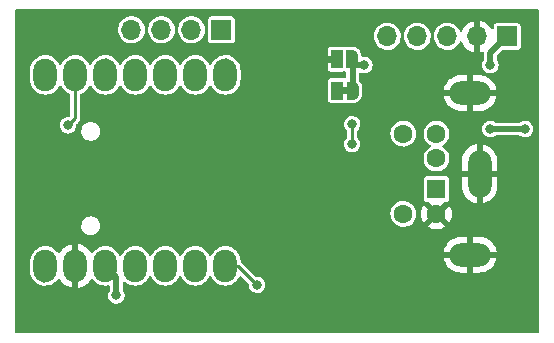
<source format=gbl>
%TF.GenerationSoftware,KiCad,Pcbnew,6.0.7*%
%TF.CreationDate,2022-09-21T21:00:50-05:00*%
%TF.ProjectId,keyboardPCBv2,6b657962-6f61-4726-9450-434276322e6b,rev?*%
%TF.SameCoordinates,Original*%
%TF.FileFunction,Copper,L2,Bot*%
%TF.FilePolarity,Positive*%
%FSLAX46Y46*%
G04 Gerber Fmt 4.6, Leading zero omitted, Abs format (unit mm)*
G04 Created by KiCad (PCBNEW 6.0.7) date 2022-09-21 21:00:50*
%MOMM*%
%LPD*%
G01*
G04 APERTURE LIST*
G04 Aperture macros list*
%AMFreePoly0*
4,1,22,0.550000,-0.750000,0.000000,-0.750000,0.000000,-0.745033,-0.079941,-0.743568,-0.215256,-0.701293,-0.333266,-0.622738,-0.424486,-0.514219,-0.481581,-0.384460,-0.499164,-0.250000,-0.500000,-0.250000,-0.500000,0.250000,-0.499164,0.250000,-0.499963,0.256109,-0.478152,0.396186,-0.417904,0.524511,-0.324060,0.630769,-0.204165,0.706417,-0.067858,0.745374,0.000000,0.744959,0.000000,0.750000,
0.550000,0.750000,0.550000,-0.750000,0.550000,-0.750000,$1*%
%AMFreePoly1*
4,1,20,0.000000,0.744959,0.073905,0.744508,0.209726,0.703889,0.328688,0.626782,0.421226,0.519385,0.479903,0.390333,0.500000,0.250000,0.500000,-0.250000,0.499851,-0.262216,0.476331,-0.402017,0.414519,-0.529596,0.319384,-0.634700,0.198574,-0.708877,0.061801,-0.746166,0.000000,-0.745033,0.000000,-0.750000,-0.550000,-0.750000,-0.550000,0.750000,0.000000,0.750000,0.000000,0.744959,
0.000000,0.744959,$1*%
G04 Aperture macros list end*
%TA.AperFunction,ComponentPad*%
%ADD10R,1.600000X1.600000*%
%TD*%
%TA.AperFunction,ComponentPad*%
%ADD11C,1.600000*%
%TD*%
%TA.AperFunction,ComponentPad*%
%ADD12O,3.500000X2.000000*%
%TD*%
%TA.AperFunction,ComponentPad*%
%ADD13O,2.000000X4.000000*%
%TD*%
%TA.AperFunction,ComponentPad*%
%ADD14R,1.700000X1.700000*%
%TD*%
%TA.AperFunction,ComponentPad*%
%ADD15O,1.700000X1.700000*%
%TD*%
%TA.AperFunction,SMDPad,CuDef*%
%ADD16FreePoly0,180.000000*%
%TD*%
%TA.AperFunction,SMDPad,CuDef*%
%ADD17R,1.000000X1.500000*%
%TD*%
%TA.AperFunction,SMDPad,CuDef*%
%ADD18FreePoly1,180.000000*%
%TD*%
%TA.AperFunction,SMDPad,CuDef*%
%ADD19FreePoly0,0.000000*%
%TD*%
%TA.AperFunction,SMDPad,CuDef*%
%ADD20FreePoly1,0.000000*%
%TD*%
%TA.AperFunction,SMDPad,CuDef*%
%ADD21O,1.998980X2.748280*%
%TD*%
%TA.AperFunction,ViaPad*%
%ADD22C,0.800000*%
%TD*%
%TA.AperFunction,Conductor*%
%ADD23C,0.500000*%
%TD*%
%TA.AperFunction,Conductor*%
%ADD24C,0.250000*%
%TD*%
G04 APERTURE END LIST*
%TO.C,JP1*%
G36*
X62432500Y-37457500D02*
G01*
X61932500Y-37457500D01*
X61932500Y-36857500D01*
X62432500Y-36857500D01*
X62432500Y-37457500D01*
G37*
%TO.C,JP2*%
G36*
X61100000Y-34800000D02*
G01*
X60600000Y-34800000D01*
X60600000Y-34200000D01*
X61100000Y-34200000D01*
X61100000Y-34800000D01*
G37*
%TD*%
D10*
%TO.P,P1,1,1*%
%TO.N,/PS2_DAT*%
X69932500Y-45500000D03*
D11*
%TO.P,P1,2,2*%
%TO.N,unconnected-(P1-Pad2)*%
X69932500Y-42900000D03*
%TO.P,P1,3,3*%
%TO.N,GND*%
X69932500Y-47600000D03*
%TO.P,P1,4,4*%
%TO.N,+5V*%
X69932500Y-40800000D03*
%TO.P,P1,5,5*%
%TO.N,/PS2_CLK*%
X67132500Y-47600000D03*
%TO.P,P1,6*%
%TO.N,unconnected-(P1-Pad6)*%
X67132500Y-40800000D03*
D12*
%TO.P,P1,7,Shell*%
%TO.N,GND*%
X72782500Y-51050000D03*
X72782500Y-37350000D03*
D13*
X73582500Y-44200000D03*
%TD*%
D14*
%TO.P,J1,1,Pin_1*%
%TO.N,+3.3V*%
X75932500Y-32575000D03*
D15*
%TO.P,J1,2,Pin_2*%
%TO.N,GND*%
X73392500Y-32575000D03*
%TO.P,J1,3,Pin_3*%
%TO.N,EXTRA_PIN3*%
X70852500Y-32575000D03*
%TO.P,J1,4,Pin_4*%
%TO.N,EXTRA_PIN2*%
X68312500Y-32575000D03*
%TO.P,J1,5,Pin_5*%
%TO.N,EXTRA_PIN1*%
X65772500Y-32575000D03*
%TD*%
D16*
%TO.P,JP1,1,A*%
%TO.N,+3.3V*%
X62832500Y-37157500D03*
D17*
%TO.P,JP1,2,C*%
%TO.N,Net-(JP1-Pad2)*%
X61532500Y-37157500D03*
D18*
%TO.P,JP1,3,B*%
%TO.N,GND*%
X60232500Y-37157500D03*
%TD*%
D19*
%TO.P,JP2,1,A*%
%TO.N,GND*%
X60200000Y-34500000D03*
D17*
%TO.P,JP2,2,C*%
%TO.N,Net-(JP2-Pad2)*%
X61500000Y-34500000D03*
D20*
%TO.P,JP2,3,B*%
%TO.N,+3.3V*%
X62800000Y-34500000D03*
%TD*%
D21*
%TO.P,QT_Board1,1,PA02_A0_D0*%
%TO.N,EXTRA_PIN1*%
X36814680Y-35833120D03*
%TO.P,QT_Board1,2,PA4_A1_D1*%
%TO.N,SD_CS*%
X39354680Y-35833120D03*
%TO.P,QT_Board1,3,PA10_A2_D2*%
%TO.N,Keyboard_CLK*%
X41894680Y-35833120D03*
%TO.P,QT_Board1,4,PA11_A3_D3*%
%TO.N,Keyboard_DATA*%
X44434680Y-35833120D03*
%TO.P,QT_Board1,5,PA8_A4_D4_SDA*%
%TO.N,Screen_SDA*%
X46974680Y-35833120D03*
%TO.P,QT_Board1,6,PA9_A5_D5_SCL*%
%TO.N,Screen_SCL*%
X49514680Y-35833120D03*
%TO.P,QT_Board1,7,PB08_A6_D6_TX*%
%TO.N,EXTRA_PIN2*%
X52054680Y-35833120D03*
%TO.P,QT_Board1,8,PB09_A7_D7_RX*%
%TO.N,EXTRA_PIN3*%
X52054680Y-51997680D03*
%TO.P,QT_Board1,9,PA7_A8_D8_SCK*%
%TO.N,SD_SCK*%
X49514680Y-51997680D03*
%TO.P,QT_Board1,10,PA5_A9_D9_MISO*%
%TO.N,SD_MISO*%
X46974680Y-51997680D03*
%TO.P,QT_Board1,11,PA6_A10_D10_MOSI*%
%TO.N,SD_MOSI*%
X44434680Y-51997680D03*
%TO.P,QT_Board1,12,3V3*%
%TO.N,+3.3V*%
X41894680Y-51997680D03*
%TO.P,QT_Board1,13,GND*%
%TO.N,GND*%
X39354680Y-51997680D03*
%TO.P,QT_Board1,14,5V*%
%TO.N,+5V*%
X36814680Y-51997680D03*
%TD*%
D14*
%TO.P,Screen1,1,GND*%
%TO.N,Net-(JP1-Pad2)*%
X51732500Y-32000000D03*
D15*
%TO.P,Screen1,2,VDD*%
%TO.N,Net-(JP2-Pad2)*%
X49192500Y-32000000D03*
%TO.P,Screen1,3,SCK*%
%TO.N,Screen_SCL*%
X46652500Y-32000000D03*
%TO.P,Screen1,4,SDA*%
%TO.N,Screen_SDA*%
X44112500Y-32000000D03*
%TD*%
D22*
%TO.N,+5V*%
X77432500Y-40400000D03*
X74500000Y-40400000D03*
X36732500Y-53000000D03*
%TO.N,GND*%
X39332500Y-52000000D03*
X53000000Y-42300000D03*
X50700000Y-54100000D03*
X43432500Y-37800000D03*
X50100000Y-42300000D03*
X38232500Y-37800000D03*
X40532500Y-33899500D03*
X49500000Y-38700000D03*
X50844799Y-50474500D03*
X39200000Y-54500000D03*
%TO.N,+3.3V*%
X62800000Y-40000000D03*
X74500000Y-35000000D03*
X42832500Y-54500000D03*
X63832500Y-35000000D03*
X62800000Y-41700000D03*
%TO.N,SD_CS*%
X38732500Y-40099500D03*
%TO.N,Keyboard_CLK*%
X41932500Y-34800000D03*
%TO.N,Keyboard_DATA*%
X44434680Y-35502180D03*
%TO.N,SD_SCK*%
X49200000Y-51100000D03*
%TO.N,SD_MOSI*%
X44713663Y-51998180D03*
%TO.N,SD_MISO*%
X47100000Y-52800000D03*
%TO.N,Screen_SDA*%
X46932500Y-36200000D03*
%TO.N,Screen_SCL*%
X49232500Y-35900000D03*
%TO.N,EXTRA_PIN1*%
X36932500Y-35000000D03*
%TO.N,EXTRA_PIN2*%
X52132500Y-34800000D03*
%TO.N,EXTRA_PIN3*%
X54732500Y-53600000D03*
%TO.N,Net-(JP1-Pad2)*%
X61500000Y-37075500D03*
%TO.N,Net-(JP2-Pad2)*%
X61500000Y-34600000D03*
%TD*%
D23*
%TO.N,+5V*%
X77332500Y-40400000D02*
X74500000Y-40400000D01*
D24*
X77432500Y-40400000D02*
X77332500Y-40400000D01*
D23*
%TO.N,+3.3V*%
X62700000Y-34700000D02*
X62832500Y-34832500D01*
D24*
X62800000Y-40000000D02*
X62800000Y-41700000D01*
D23*
X42832500Y-54500000D02*
X42832500Y-52935500D01*
X74500000Y-35000000D02*
X74500000Y-34007500D01*
X42832500Y-52935500D02*
X41894680Y-51997680D01*
X63832500Y-35000000D02*
X63200000Y-35000000D01*
X62832500Y-34832500D02*
X62832500Y-36900000D01*
X74500000Y-34007500D02*
X75932500Y-32575000D01*
D24*
X62700000Y-34700000D02*
X62800000Y-34600000D01*
D23*
X63200000Y-35000000D02*
X62800000Y-34600000D01*
D24*
%TO.N,SD_CS*%
X38732500Y-40099500D02*
X39354680Y-39477320D01*
X39354680Y-39477320D02*
X39354680Y-35833120D01*
%TO.N,Keyboard_CLK*%
X41894680Y-34837820D02*
X41932500Y-34800000D01*
X41894680Y-35833120D02*
X41894680Y-34837820D01*
%TO.N,Keyboard_DATA*%
X44434680Y-35833120D02*
X44434680Y-35502180D01*
%TO.N,Screen_SDA*%
X46974680Y-36157820D02*
X46932500Y-36200000D01*
%TO.N,EXTRA_PIN3*%
X53130180Y-51997680D02*
X54732500Y-53600000D01*
X52054680Y-51997680D02*
X53130180Y-51997680D01*
%TD*%
%TA.AperFunction,Conductor*%
%TO.N,GND*%
G36*
X78584121Y-30310502D02*
G01*
X78630614Y-30364158D01*
X78642000Y-30416500D01*
X78642000Y-57583500D01*
X78621998Y-57651621D01*
X78568342Y-57698114D01*
X78516000Y-57709500D01*
X34349000Y-57709500D01*
X34280879Y-57689498D01*
X34234386Y-57635842D01*
X34223000Y-57583500D01*
X34223000Y-52428656D01*
X35524690Y-52428656D01*
X35524928Y-52431373D01*
X35524928Y-52431380D01*
X35525509Y-52438020D01*
X35539435Y-52597190D01*
X35597855Y-52815218D01*
X35600177Y-52820199D01*
X35600178Y-52820200D01*
X35690922Y-53014802D01*
X35690925Y-53014807D01*
X35693248Y-53019789D01*
X35696404Y-53024296D01*
X35696405Y-53024298D01*
X35819553Y-53200171D01*
X35822715Y-53204687D01*
X35982323Y-53364295D01*
X35986831Y-53367452D01*
X35986834Y-53367454D01*
X36123952Y-53463465D01*
X36167221Y-53493762D01*
X36172203Y-53496085D01*
X36172208Y-53496088D01*
X36358522Y-53582967D01*
X36365390Y-53586428D01*
X36476443Y-53646726D01*
X36483786Y-53648652D01*
X36483785Y-53648652D01*
X36630749Y-53687207D01*
X36630753Y-53687207D01*
X36638100Y-53689135D01*
X36725895Y-53690515D01*
X36797609Y-53691642D01*
X36797612Y-53691642D01*
X36805207Y-53691761D01*
X36964051Y-53655380D01*
X36981200Y-53652679D01*
X36982568Y-53652559D01*
X37039540Y-53647575D01*
X37201665Y-53604134D01*
X37252258Y-53590578D01*
X37252260Y-53590577D01*
X37257568Y-53589155D01*
X37267345Y-53584596D01*
X37457152Y-53496088D01*
X37457157Y-53496085D01*
X37462139Y-53493762D01*
X37505408Y-53463465D01*
X37642526Y-53367454D01*
X37642529Y-53367452D01*
X37647037Y-53364295D01*
X37806645Y-53204687D01*
X37809804Y-53200176D01*
X37809808Y-53200171D01*
X37850902Y-53141482D01*
X37906359Y-53097153D01*
X37976978Y-53089844D01*
X38040338Y-53121874D01*
X38060735Y-53146609D01*
X38140967Y-53274014D01*
X38147004Y-53282084D01*
X38300739Y-53456462D01*
X38307991Y-53463465D01*
X38487626Y-53611019D01*
X38495904Y-53616773D01*
X38696825Y-53733712D01*
X38705920Y-53738069D01*
X38922948Y-53821379D01*
X38932620Y-53824226D01*
X39082944Y-53855630D01*
X39097005Y-53854507D01*
X39100680Y-53844399D01*
X39100680Y-53842406D01*
X39608680Y-53842406D01*
X39612816Y-53856492D01*
X39625794Y-53858541D01*
X39643407Y-53856503D01*
X39653315Y-53854541D01*
X39876989Y-53791248D01*
X39886440Y-53787734D01*
X40097133Y-53689486D01*
X40105897Y-53684507D01*
X40298161Y-53553844D01*
X40306036Y-53547512D01*
X40474926Y-53387801D01*
X40481687Y-53380292D01*
X40622875Y-53195626D01*
X40628336Y-53187151D01*
X40645218Y-53155666D01*
X40695036Y-53105082D01*
X40764293Y-53089462D01*
X40831001Y-53113765D01*
X40859476Y-53142936D01*
X40899552Y-53200171D01*
X40899556Y-53200176D01*
X40902715Y-53204687D01*
X41062323Y-53364295D01*
X41066831Y-53367452D01*
X41066834Y-53367454D01*
X41203952Y-53463465D01*
X41247221Y-53493762D01*
X41252203Y-53496085D01*
X41252208Y-53496088D01*
X41442015Y-53584596D01*
X41451792Y-53589155D01*
X41457100Y-53590577D01*
X41457102Y-53590578D01*
X41664505Y-53646151D01*
X41664507Y-53646151D01*
X41669820Y-53647575D01*
X41894680Y-53667248D01*
X42119540Y-53647575D01*
X42124857Y-53646150D01*
X42124859Y-53646150D01*
X42133387Y-53643865D01*
X42204364Y-53645553D01*
X42263160Y-53685347D01*
X42291109Y-53750611D01*
X42292000Y-53765571D01*
X42292000Y-54028288D01*
X42269087Y-54100739D01*
X42219491Y-54171307D01*
X42158782Y-54327019D01*
X42157791Y-54334548D01*
X42137958Y-54485185D01*
X42137958Y-54485189D01*
X42136967Y-54492716D01*
X42155307Y-54658834D01*
X42157916Y-54665965D01*
X42157917Y-54665967D01*
X42163063Y-54680027D01*
X42212742Y-54815783D01*
X42216978Y-54822086D01*
X42216978Y-54822087D01*
X42301722Y-54948200D01*
X42301725Y-54948203D01*
X42305956Y-54954500D01*
X42429569Y-55066979D01*
X42436238Y-55070600D01*
X42569773Y-55143105D01*
X42569777Y-55143106D01*
X42576443Y-55146726D01*
X42583786Y-55148652D01*
X42583785Y-55148652D01*
X42730749Y-55187207D01*
X42730753Y-55187207D01*
X42738100Y-55189135D01*
X42825895Y-55190515D01*
X42897609Y-55191642D01*
X42897612Y-55191642D01*
X42905207Y-55191761D01*
X42961207Y-55178935D01*
X43060713Y-55156145D01*
X43060716Y-55156144D01*
X43068116Y-55154449D01*
X43142394Y-55117091D01*
X43210640Y-55082768D01*
X43210643Y-55082766D01*
X43217423Y-55079356D01*
X43223195Y-55074427D01*
X43223197Y-55074425D01*
X43338730Y-54975750D01*
X43338730Y-54975749D01*
X43344508Y-54970815D01*
X43442034Y-54835094D01*
X43504370Y-54680027D01*
X43527918Y-54514567D01*
X43528071Y-54500000D01*
X43507993Y-54334083D01*
X43448918Y-54177745D01*
X43395160Y-54099527D01*
X43373000Y-54028160D01*
X43373000Y-53439162D01*
X43393002Y-53371041D01*
X43446658Y-53324548D01*
X43516932Y-53314444D01*
X43581512Y-53343938D01*
X43588095Y-53350067D01*
X43602323Y-53364295D01*
X43606831Y-53367452D01*
X43606834Y-53367454D01*
X43743952Y-53463465D01*
X43787221Y-53493762D01*
X43792203Y-53496085D01*
X43792208Y-53496088D01*
X43982015Y-53584596D01*
X43991792Y-53589155D01*
X43997100Y-53590577D01*
X43997102Y-53590578D01*
X44204505Y-53646151D01*
X44204507Y-53646151D01*
X44209820Y-53647575D01*
X44434680Y-53667248D01*
X44659540Y-53647575D01*
X44664853Y-53646151D01*
X44664855Y-53646151D01*
X44872258Y-53590578D01*
X44872260Y-53590577D01*
X44877568Y-53589155D01*
X44887345Y-53584596D01*
X45077152Y-53496088D01*
X45077157Y-53496085D01*
X45082139Y-53493762D01*
X45125408Y-53463465D01*
X45262526Y-53367454D01*
X45262529Y-53367452D01*
X45267037Y-53364295D01*
X45426645Y-53204687D01*
X45429808Y-53200171D01*
X45552955Y-53024298D01*
X45552956Y-53024296D01*
X45556112Y-53019789D01*
X45558435Y-53014807D01*
X45558438Y-53014802D01*
X45590485Y-52946076D01*
X45637402Y-52892791D01*
X45705680Y-52873330D01*
X45773640Y-52893872D01*
X45818875Y-52946076D01*
X45850922Y-53014802D01*
X45850925Y-53014807D01*
X45853248Y-53019789D01*
X45856404Y-53024296D01*
X45856405Y-53024298D01*
X45979553Y-53200171D01*
X45982715Y-53204687D01*
X46142323Y-53364295D01*
X46146831Y-53367452D01*
X46146834Y-53367454D01*
X46283952Y-53463465D01*
X46327221Y-53493762D01*
X46332203Y-53496085D01*
X46332208Y-53496088D01*
X46522015Y-53584596D01*
X46531792Y-53589155D01*
X46537100Y-53590577D01*
X46537102Y-53590578D01*
X46744505Y-53646151D01*
X46744507Y-53646151D01*
X46749820Y-53647575D01*
X46974680Y-53667248D01*
X47199540Y-53647575D01*
X47204853Y-53646151D01*
X47204855Y-53646151D01*
X47412258Y-53590578D01*
X47412260Y-53590577D01*
X47417568Y-53589155D01*
X47427345Y-53584596D01*
X47617152Y-53496088D01*
X47617157Y-53496085D01*
X47622139Y-53493762D01*
X47665408Y-53463465D01*
X47802526Y-53367454D01*
X47802529Y-53367452D01*
X47807037Y-53364295D01*
X47966645Y-53204687D01*
X47969808Y-53200171D01*
X48092955Y-53024298D01*
X48092956Y-53024296D01*
X48096112Y-53019789D01*
X48098435Y-53014807D01*
X48098438Y-53014802D01*
X48130485Y-52946076D01*
X48177402Y-52892791D01*
X48245680Y-52873330D01*
X48313640Y-52893872D01*
X48358875Y-52946076D01*
X48390922Y-53014802D01*
X48390925Y-53014807D01*
X48393248Y-53019789D01*
X48396404Y-53024296D01*
X48396405Y-53024298D01*
X48519553Y-53200171D01*
X48522715Y-53204687D01*
X48682323Y-53364295D01*
X48686831Y-53367452D01*
X48686834Y-53367454D01*
X48823952Y-53463465D01*
X48867221Y-53493762D01*
X48872203Y-53496085D01*
X48872208Y-53496088D01*
X49062015Y-53584596D01*
X49071792Y-53589155D01*
X49077100Y-53590577D01*
X49077102Y-53590578D01*
X49284505Y-53646151D01*
X49284507Y-53646151D01*
X49289820Y-53647575D01*
X49514680Y-53667248D01*
X49739540Y-53647575D01*
X49744853Y-53646151D01*
X49744855Y-53646151D01*
X49952258Y-53590578D01*
X49952260Y-53590577D01*
X49957568Y-53589155D01*
X49967345Y-53584596D01*
X50157152Y-53496088D01*
X50157157Y-53496085D01*
X50162139Y-53493762D01*
X50205408Y-53463465D01*
X50342526Y-53367454D01*
X50342529Y-53367452D01*
X50347037Y-53364295D01*
X50506645Y-53204687D01*
X50509808Y-53200171D01*
X50632955Y-53024298D01*
X50632956Y-53024296D01*
X50636112Y-53019789D01*
X50638435Y-53014807D01*
X50638438Y-53014802D01*
X50670485Y-52946076D01*
X50717402Y-52892791D01*
X50785680Y-52873330D01*
X50853640Y-52893872D01*
X50898875Y-52946076D01*
X50930922Y-53014802D01*
X50930925Y-53014807D01*
X50933248Y-53019789D01*
X50936404Y-53024296D01*
X50936405Y-53024298D01*
X51059553Y-53200171D01*
X51062715Y-53204687D01*
X51222323Y-53364295D01*
X51226831Y-53367452D01*
X51226834Y-53367454D01*
X51363952Y-53463465D01*
X51407221Y-53493762D01*
X51412203Y-53496085D01*
X51412208Y-53496088D01*
X51602015Y-53584596D01*
X51611792Y-53589155D01*
X51617100Y-53590577D01*
X51617102Y-53590578D01*
X51824505Y-53646151D01*
X51824507Y-53646151D01*
X51829820Y-53647575D01*
X52054680Y-53667248D01*
X52279540Y-53647575D01*
X52284853Y-53646151D01*
X52284855Y-53646151D01*
X52492258Y-53590578D01*
X52492260Y-53590577D01*
X52497568Y-53589155D01*
X52507345Y-53584596D01*
X52697152Y-53496088D01*
X52697157Y-53496085D01*
X52702139Y-53493762D01*
X52745408Y-53463465D01*
X52882526Y-53367454D01*
X52882529Y-53367452D01*
X52887037Y-53364295D01*
X53046645Y-53204687D01*
X53049808Y-53200171D01*
X53172955Y-53024298D01*
X53172956Y-53024296D01*
X53176112Y-53019789D01*
X53178435Y-53014807D01*
X53178438Y-53014802D01*
X53223635Y-52917875D01*
X53270552Y-52864590D01*
X53338829Y-52845129D01*
X53406789Y-52865671D01*
X53426925Y-52882030D01*
X54004738Y-53459843D01*
X54038764Y-53522155D01*
X54040565Y-53565383D01*
X54037958Y-53585183D01*
X54037958Y-53585189D01*
X54036967Y-53592716D01*
X54055307Y-53758834D01*
X54057916Y-53765965D01*
X54057917Y-53765967D01*
X54091049Y-53856503D01*
X54112742Y-53915783D01*
X54116978Y-53922086D01*
X54116978Y-53922087D01*
X54201722Y-54048200D01*
X54201725Y-54048203D01*
X54205956Y-54054500D01*
X54329569Y-54166979D01*
X54336238Y-54170600D01*
X54469773Y-54243105D01*
X54469777Y-54243106D01*
X54476443Y-54246726D01*
X54483786Y-54248652D01*
X54483785Y-54248652D01*
X54630749Y-54287207D01*
X54630753Y-54287207D01*
X54638100Y-54289135D01*
X54725895Y-54290515D01*
X54797609Y-54291642D01*
X54797612Y-54291642D01*
X54805207Y-54291761D01*
X54861207Y-54278935D01*
X54960713Y-54256145D01*
X54960716Y-54256144D01*
X54968116Y-54254449D01*
X55042394Y-54217091D01*
X55110640Y-54182768D01*
X55110643Y-54182766D01*
X55117423Y-54179356D01*
X55123195Y-54174427D01*
X55123197Y-54174425D01*
X55238730Y-54075750D01*
X55238730Y-54075749D01*
X55244508Y-54070815D01*
X55342034Y-53935094D01*
X55404370Y-53780027D01*
X55408461Y-53751284D01*
X55427337Y-53618651D01*
X55427337Y-53618648D01*
X55427918Y-53614567D01*
X55428071Y-53600000D01*
X55407993Y-53434083D01*
X55348918Y-53277745D01*
X55292479Y-53195626D01*
X55258558Y-53146270D01*
X55258557Y-53146268D01*
X55254256Y-53140011D01*
X55206154Y-53097153D01*
X55135142Y-53033884D01*
X55129472Y-53028832D01*
X55122764Y-53025280D01*
X55122762Y-53025279D01*
X54988483Y-52954183D01*
X54988481Y-52954182D01*
X54981770Y-52950629D01*
X54819678Y-52909914D01*
X54812080Y-52909874D01*
X54812078Y-52909874D01*
X54680824Y-52909187D01*
X54612809Y-52888829D01*
X54592389Y-52872284D01*
X53381575Y-51661470D01*
X53347549Y-51599158D01*
X53344670Y-51572375D01*
X53344670Y-51566704D01*
X53329925Y-51398170D01*
X53309278Y-51321114D01*
X70545775Y-51321114D01*
X70547825Y-51338830D01*
X70549785Y-51348727D01*
X70613104Y-51572494D01*
X70616616Y-51581938D01*
X70714899Y-51792705D01*
X70719878Y-51801471D01*
X70850587Y-51993802D01*
X70856919Y-52001677D01*
X71016686Y-52170626D01*
X71024195Y-52177387D01*
X71208926Y-52318625D01*
X71217405Y-52324089D01*
X71422347Y-52433978D01*
X71431599Y-52438020D01*
X71651471Y-52513727D01*
X71661243Y-52516236D01*
X71891471Y-52556004D01*
X71899343Y-52556859D01*
X71923051Y-52557936D01*
X71925884Y-52558000D01*
X72510385Y-52558000D01*
X72525624Y-52553525D01*
X72526829Y-52552135D01*
X72528500Y-52544452D01*
X72528500Y-52539885D01*
X73036500Y-52539885D01*
X73040975Y-52555124D01*
X73042365Y-52556329D01*
X73050048Y-52558000D01*
X73590956Y-52558000D01*
X73595988Y-52557798D01*
X73769343Y-52543850D01*
X73779296Y-52542238D01*
X74005133Y-52486767D01*
X74014703Y-52483584D01*
X74228765Y-52392720D01*
X74237707Y-52388045D01*
X74434487Y-52264126D01*
X74442560Y-52258086D01*
X74617000Y-52104297D01*
X74624004Y-52097044D01*
X74771610Y-51917346D01*
X74777366Y-51909064D01*
X74894341Y-51708081D01*
X74898703Y-51698976D01*
X74982037Y-51481885D01*
X74984888Y-51472196D01*
X75016321Y-51321736D01*
X75015198Y-51307675D01*
X75005090Y-51304000D01*
X73054615Y-51304000D01*
X73039376Y-51308475D01*
X73038171Y-51309865D01*
X73036500Y-51317548D01*
X73036500Y-52539885D01*
X72528500Y-52539885D01*
X72528500Y-51322115D01*
X72524025Y-51306876D01*
X72522635Y-51305671D01*
X72514952Y-51304000D01*
X70561910Y-51304000D01*
X70547824Y-51308136D01*
X70545775Y-51321114D01*
X53309278Y-51321114D01*
X53306264Y-51309865D01*
X53272928Y-51185452D01*
X53272927Y-51185450D01*
X53271505Y-51180142D01*
X53210485Y-51049284D01*
X53178438Y-50980558D01*
X53178435Y-50980553D01*
X53176112Y-50975571D01*
X53172955Y-50971062D01*
X53049804Y-50795184D01*
X53049802Y-50795181D01*
X53046645Y-50790673D01*
X53034236Y-50778264D01*
X70548679Y-50778264D01*
X70549802Y-50792325D01*
X70559910Y-50796000D01*
X72510385Y-50796000D01*
X72525624Y-50791525D01*
X72526829Y-50790135D01*
X72528500Y-50782452D01*
X72528500Y-50777885D01*
X73036500Y-50777885D01*
X73040975Y-50793124D01*
X73042365Y-50794329D01*
X73050048Y-50796000D01*
X75003090Y-50796000D01*
X75017176Y-50791864D01*
X75019225Y-50778886D01*
X75017175Y-50761170D01*
X75015215Y-50751273D01*
X74951896Y-50527506D01*
X74948384Y-50518062D01*
X74850101Y-50307295D01*
X74845122Y-50298529D01*
X74714413Y-50106198D01*
X74708081Y-50098323D01*
X74548314Y-49929374D01*
X74540805Y-49922613D01*
X74356074Y-49781375D01*
X74347595Y-49775911D01*
X74142653Y-49666022D01*
X74133401Y-49661980D01*
X73913529Y-49586273D01*
X73903757Y-49583764D01*
X73673529Y-49543996D01*
X73665657Y-49543141D01*
X73641949Y-49542064D01*
X73639116Y-49542000D01*
X73054615Y-49542000D01*
X73039376Y-49546475D01*
X73038171Y-49547865D01*
X73036500Y-49555548D01*
X73036500Y-50777885D01*
X72528500Y-50777885D01*
X72528500Y-49560115D01*
X72524025Y-49544876D01*
X72522635Y-49543671D01*
X72514952Y-49542000D01*
X71974044Y-49542000D01*
X71969012Y-49542202D01*
X71795657Y-49556150D01*
X71785704Y-49557762D01*
X71559867Y-49613233D01*
X71550297Y-49616416D01*
X71336235Y-49707280D01*
X71327293Y-49711955D01*
X71130513Y-49835874D01*
X71122440Y-49841914D01*
X70948000Y-49995703D01*
X70940996Y-50002956D01*
X70793390Y-50182654D01*
X70787634Y-50190936D01*
X70670659Y-50391919D01*
X70666297Y-50401024D01*
X70582963Y-50618115D01*
X70580112Y-50627804D01*
X70548679Y-50778264D01*
X53034236Y-50778264D01*
X52887037Y-50631065D01*
X52882529Y-50627908D01*
X52882526Y-50627906D01*
X52706648Y-50504755D01*
X52706646Y-50504754D01*
X52702139Y-50501598D01*
X52697157Y-50499275D01*
X52697152Y-50499272D01*
X52502550Y-50408528D01*
X52502549Y-50408527D01*
X52497568Y-50406205D01*
X52492260Y-50404783D01*
X52492258Y-50404782D01*
X52284855Y-50349209D01*
X52284853Y-50349209D01*
X52279540Y-50347785D01*
X52054680Y-50328112D01*
X51829820Y-50347785D01*
X51824507Y-50349209D01*
X51824505Y-50349209D01*
X51617102Y-50404782D01*
X51617100Y-50404783D01*
X51611792Y-50406205D01*
X51606811Y-50408527D01*
X51606810Y-50408528D01*
X51412208Y-50499272D01*
X51412203Y-50499275D01*
X51407221Y-50501598D01*
X51402714Y-50504754D01*
X51402712Y-50504755D01*
X51226834Y-50627906D01*
X51226831Y-50627908D01*
X51222323Y-50631065D01*
X51062715Y-50790673D01*
X51059558Y-50795181D01*
X51059556Y-50795184D01*
X50936405Y-50971062D01*
X50933248Y-50975571D01*
X50930925Y-50980553D01*
X50930922Y-50980558D01*
X50898875Y-51049284D01*
X50851958Y-51102569D01*
X50783680Y-51122030D01*
X50715720Y-51101488D01*
X50670485Y-51049284D01*
X50638438Y-50980558D01*
X50638435Y-50980553D01*
X50636112Y-50975571D01*
X50632955Y-50971062D01*
X50509804Y-50795184D01*
X50509802Y-50795181D01*
X50506645Y-50790673D01*
X50347037Y-50631065D01*
X50342529Y-50627908D01*
X50342526Y-50627906D01*
X50166648Y-50504755D01*
X50166646Y-50504754D01*
X50162139Y-50501598D01*
X50157157Y-50499275D01*
X50157152Y-50499272D01*
X49962550Y-50408528D01*
X49962549Y-50408527D01*
X49957568Y-50406205D01*
X49952260Y-50404783D01*
X49952258Y-50404782D01*
X49744855Y-50349209D01*
X49744853Y-50349209D01*
X49739540Y-50347785D01*
X49514680Y-50328112D01*
X49289820Y-50347785D01*
X49284507Y-50349209D01*
X49284505Y-50349209D01*
X49180806Y-50376995D01*
X49071792Y-50406205D01*
X49066807Y-50408530D01*
X49066803Y-50408531D01*
X49019547Y-50430567D01*
X48995714Y-50438890D01*
X48957543Y-50448054D01*
X48950799Y-50451535D01*
X48950796Y-50451536D01*
X48847687Y-50504755D01*
X48809031Y-50524707D01*
X48803309Y-50529699D01*
X48803307Y-50529700D01*
X48711645Y-50609662D01*
X48701087Y-50617926D01*
X48686828Y-50627910D01*
X48686823Y-50627914D01*
X48682323Y-50631065D01*
X48522715Y-50790673D01*
X48519558Y-50795181D01*
X48519556Y-50795184D01*
X48396405Y-50971062D01*
X48393248Y-50975571D01*
X48390925Y-50980553D01*
X48390922Y-50980558D01*
X48358875Y-51049284D01*
X48311958Y-51102569D01*
X48243680Y-51122030D01*
X48175720Y-51101488D01*
X48130485Y-51049284D01*
X48098438Y-50980558D01*
X48098435Y-50980553D01*
X48096112Y-50975571D01*
X48092955Y-50971062D01*
X47969804Y-50795184D01*
X47969802Y-50795181D01*
X47966645Y-50790673D01*
X47807037Y-50631065D01*
X47802529Y-50627908D01*
X47802526Y-50627906D01*
X47626648Y-50504755D01*
X47626646Y-50504754D01*
X47622139Y-50501598D01*
X47617157Y-50499275D01*
X47617152Y-50499272D01*
X47422550Y-50408528D01*
X47422549Y-50408527D01*
X47417568Y-50406205D01*
X47412260Y-50404783D01*
X47412258Y-50404782D01*
X47204855Y-50349209D01*
X47204853Y-50349209D01*
X47199540Y-50347785D01*
X46974680Y-50328112D01*
X46749820Y-50347785D01*
X46744507Y-50349209D01*
X46744505Y-50349209D01*
X46537102Y-50404782D01*
X46537100Y-50404783D01*
X46531792Y-50406205D01*
X46526811Y-50408527D01*
X46526810Y-50408528D01*
X46332208Y-50499272D01*
X46332203Y-50499275D01*
X46327221Y-50501598D01*
X46322714Y-50504754D01*
X46322712Y-50504755D01*
X46146834Y-50627906D01*
X46146831Y-50627908D01*
X46142323Y-50631065D01*
X45982715Y-50790673D01*
X45979558Y-50795181D01*
X45979556Y-50795184D01*
X45856405Y-50971062D01*
X45853248Y-50975571D01*
X45850925Y-50980553D01*
X45850922Y-50980558D01*
X45818875Y-51049284D01*
X45771958Y-51102569D01*
X45703680Y-51122030D01*
X45635720Y-51101488D01*
X45590485Y-51049284D01*
X45558438Y-50980558D01*
X45558435Y-50980553D01*
X45556112Y-50975571D01*
X45552955Y-50971062D01*
X45429804Y-50795184D01*
X45429802Y-50795181D01*
X45426645Y-50790673D01*
X45267037Y-50631065D01*
X45262529Y-50627908D01*
X45262526Y-50627906D01*
X45086648Y-50504755D01*
X45086646Y-50504754D01*
X45082139Y-50501598D01*
X45077157Y-50499275D01*
X45077152Y-50499272D01*
X44882550Y-50408528D01*
X44882549Y-50408527D01*
X44877568Y-50406205D01*
X44872260Y-50404783D01*
X44872258Y-50404782D01*
X44664855Y-50349209D01*
X44664853Y-50349209D01*
X44659540Y-50347785D01*
X44434680Y-50328112D01*
X44209820Y-50347785D01*
X44204507Y-50349209D01*
X44204505Y-50349209D01*
X43997102Y-50404782D01*
X43997100Y-50404783D01*
X43991792Y-50406205D01*
X43986811Y-50408527D01*
X43986810Y-50408528D01*
X43792208Y-50499272D01*
X43792203Y-50499275D01*
X43787221Y-50501598D01*
X43782714Y-50504754D01*
X43782712Y-50504755D01*
X43606834Y-50627906D01*
X43606831Y-50627908D01*
X43602323Y-50631065D01*
X43442715Y-50790673D01*
X43439558Y-50795181D01*
X43439556Y-50795184D01*
X43316405Y-50971062D01*
X43313248Y-50975571D01*
X43310925Y-50980553D01*
X43310922Y-50980558D01*
X43278875Y-51049284D01*
X43231958Y-51102569D01*
X43163680Y-51122030D01*
X43095720Y-51101488D01*
X43050485Y-51049284D01*
X43018438Y-50980558D01*
X43018435Y-50980553D01*
X43016112Y-50975571D01*
X43012955Y-50971062D01*
X42889804Y-50795184D01*
X42889802Y-50795181D01*
X42886645Y-50790673D01*
X42727037Y-50631065D01*
X42722529Y-50627908D01*
X42722526Y-50627906D01*
X42546648Y-50504755D01*
X42546646Y-50504754D01*
X42542139Y-50501598D01*
X42537157Y-50499275D01*
X42537152Y-50499272D01*
X42342550Y-50408528D01*
X42342549Y-50408527D01*
X42337568Y-50406205D01*
X42332260Y-50404783D01*
X42332258Y-50404782D01*
X42124855Y-50349209D01*
X42124853Y-50349209D01*
X42119540Y-50347785D01*
X41894680Y-50328112D01*
X41669820Y-50347785D01*
X41664507Y-50349209D01*
X41664505Y-50349209D01*
X41457102Y-50404782D01*
X41457100Y-50404783D01*
X41451792Y-50406205D01*
X41446811Y-50408527D01*
X41446810Y-50408528D01*
X41252208Y-50499272D01*
X41252203Y-50499275D01*
X41247221Y-50501598D01*
X41242714Y-50504754D01*
X41242712Y-50504755D01*
X41066834Y-50627906D01*
X41066831Y-50627908D01*
X41062323Y-50631065D01*
X40902715Y-50790673D01*
X40899557Y-50795183D01*
X40899552Y-50795189D01*
X40858458Y-50853878D01*
X40803001Y-50898207D01*
X40732382Y-50905516D01*
X40669022Y-50873486D01*
X40648625Y-50848751D01*
X40568393Y-50721346D01*
X40562356Y-50713276D01*
X40408621Y-50538898D01*
X40401369Y-50531895D01*
X40221734Y-50384341D01*
X40213456Y-50378587D01*
X40012535Y-50261648D01*
X40003440Y-50257291D01*
X39786412Y-50173981D01*
X39776740Y-50171134D01*
X39626416Y-50139730D01*
X39612355Y-50140853D01*
X39608680Y-50150961D01*
X39608680Y-53842406D01*
X39100680Y-53842406D01*
X39100680Y-50152954D01*
X39096544Y-50138868D01*
X39083566Y-50136819D01*
X39065953Y-50138857D01*
X39056045Y-50140819D01*
X38832371Y-50204112D01*
X38822920Y-50207626D01*
X38612227Y-50305874D01*
X38603463Y-50310853D01*
X38411199Y-50441516D01*
X38403324Y-50447848D01*
X38234434Y-50607559D01*
X38227673Y-50615068D01*
X38086485Y-50799734D01*
X38081024Y-50808209D01*
X38064142Y-50839694D01*
X38014324Y-50890278D01*
X37945067Y-50905898D01*
X37878359Y-50881595D01*
X37849884Y-50852424D01*
X37809808Y-50795189D01*
X37809803Y-50795183D01*
X37806645Y-50790673D01*
X37647037Y-50631065D01*
X37642529Y-50627908D01*
X37642526Y-50627906D01*
X37466648Y-50504755D01*
X37466646Y-50504754D01*
X37462139Y-50501598D01*
X37457157Y-50499275D01*
X37457152Y-50499272D01*
X37262550Y-50408528D01*
X37262549Y-50408527D01*
X37257568Y-50406205D01*
X37252260Y-50404783D01*
X37252258Y-50404782D01*
X37044855Y-50349209D01*
X37044853Y-50349209D01*
X37039540Y-50347785D01*
X36814680Y-50328112D01*
X36589820Y-50347785D01*
X36584507Y-50349209D01*
X36584505Y-50349209D01*
X36377102Y-50404782D01*
X36377100Y-50404783D01*
X36371792Y-50406205D01*
X36366811Y-50408527D01*
X36366810Y-50408528D01*
X36172208Y-50499272D01*
X36172203Y-50499275D01*
X36167221Y-50501598D01*
X36162714Y-50504754D01*
X36162712Y-50504755D01*
X35986834Y-50627906D01*
X35986831Y-50627908D01*
X35982323Y-50631065D01*
X35822715Y-50790673D01*
X35819558Y-50795181D01*
X35819556Y-50795184D01*
X35696405Y-50971062D01*
X35693248Y-50975571D01*
X35690925Y-50980553D01*
X35690922Y-50980558D01*
X35658875Y-51049284D01*
X35597855Y-51180142D01*
X35596433Y-51185450D01*
X35596432Y-51185452D01*
X35563096Y-51309865D01*
X35539435Y-51398170D01*
X35524690Y-51566704D01*
X35524690Y-52428656D01*
X34223000Y-52428656D01*
X34223000Y-48588893D01*
X39859076Y-48588893D01*
X39860129Y-48599634D01*
X39876382Y-48765394D01*
X39932361Y-48933675D01*
X39936008Y-48939697D01*
X39950498Y-48963622D01*
X40024232Y-49085372D01*
X40147428Y-49212945D01*
X40295826Y-49310054D01*
X40302430Y-49312510D01*
X40455449Y-49369417D01*
X40455451Y-49369417D01*
X40462051Y-49371872D01*
X40469034Y-49372804D01*
X40469035Y-49372804D01*
X40630859Y-49394397D01*
X40630863Y-49394397D01*
X40637840Y-49395328D01*
X40644851Y-49394690D01*
X40644855Y-49394690D01*
X40784332Y-49381996D01*
X40814458Y-49379254D01*
X40821160Y-49377076D01*
X40821162Y-49377076D01*
X40976426Y-49326628D01*
X40976429Y-49326627D01*
X40983125Y-49324451D01*
X41135460Y-49233641D01*
X41263890Y-49111339D01*
X41277778Y-49090436D01*
X41358132Y-48969494D01*
X41358133Y-48969492D01*
X41362033Y-48963622D01*
X41425010Y-48797833D01*
X41443952Y-48663056D01*
X41449141Y-48626134D01*
X41449141Y-48626131D01*
X41449692Y-48622212D01*
X41450002Y-48600000D01*
X41430233Y-48423758D01*
X41426468Y-48412944D01*
X41374225Y-48262922D01*
X41374224Y-48262920D01*
X41371910Y-48256275D01*
X41277930Y-48105876D01*
X41152965Y-47980035D01*
X41085314Y-47937103D01*
X41009168Y-47888779D01*
X41009165Y-47888777D01*
X41003225Y-47885008D01*
X40983368Y-47877937D01*
X40842788Y-47827878D01*
X40842786Y-47827877D01*
X40836154Y-47825516D01*
X40829166Y-47824683D01*
X40829163Y-47824682D01*
X40707953Y-47810229D01*
X40660054Y-47804517D01*
X40653051Y-47805253D01*
X40653050Y-47805253D01*
X40490678Y-47822319D01*
X40490676Y-47822320D01*
X40483678Y-47823055D01*
X40404677Y-47849949D01*
X40322462Y-47877937D01*
X40322459Y-47877938D01*
X40315792Y-47880208D01*
X40309794Y-47883898D01*
X40309792Y-47883899D01*
X40301860Y-47888779D01*
X40164740Y-47973136D01*
X40159709Y-47978063D01*
X40159706Y-47978065D01*
X40152591Y-47985033D01*
X40038030Y-48097219D01*
X39941960Y-48246292D01*
X39939550Y-48252912D01*
X39939550Y-48252913D01*
X39895331Y-48374404D01*
X39881303Y-48412944D01*
X39859076Y-48588893D01*
X34223000Y-48588893D01*
X34223000Y-47571332D01*
X66037703Y-47571332D01*
X66050811Y-47771323D01*
X66100145Y-47965576D01*
X66102564Y-47970823D01*
X66181634Y-48142340D01*
X66181637Y-48142345D01*
X66184053Y-48147586D01*
X66187384Y-48152299D01*
X66187385Y-48152301D01*
X66264211Y-48261006D01*
X66299725Y-48311257D01*
X66303861Y-48315286D01*
X66404110Y-48412944D01*
X66443286Y-48451108D01*
X66609929Y-48562456D01*
X66615237Y-48564737D01*
X66615238Y-48564737D01*
X66788770Y-48639292D01*
X66788773Y-48639293D01*
X66794073Y-48641570D01*
X66799703Y-48642844D01*
X66938659Y-48674287D01*
X66989551Y-48685803D01*
X66995322Y-48686030D01*
X66995324Y-48686030D01*
X67062266Y-48688660D01*
X67189817Y-48693671D01*
X67242293Y-48686062D01*
X69210993Y-48686062D01*
X69220289Y-48698077D01*
X69271494Y-48733931D01*
X69280989Y-48739414D01*
X69478447Y-48831490D01*
X69488739Y-48835236D01*
X69699188Y-48891625D01*
X69709981Y-48893528D01*
X69927025Y-48912517D01*
X69937975Y-48912517D01*
X70155019Y-48893528D01*
X70165812Y-48891625D01*
X70376261Y-48835236D01*
X70386553Y-48831490D01*
X70584011Y-48739414D01*
X70593506Y-48733931D01*
X70645548Y-48697491D01*
X70653924Y-48687012D01*
X70646856Y-48673566D01*
X69945312Y-47972022D01*
X69931368Y-47964408D01*
X69929535Y-47964539D01*
X69922920Y-47968790D01*
X69217423Y-48674287D01*
X69210993Y-48686062D01*
X67242293Y-48686062D01*
X67288990Y-48679291D01*
X67382449Y-48665741D01*
X67382454Y-48665740D01*
X67388163Y-48664912D01*
X67393627Y-48663057D01*
X67393632Y-48663056D01*
X67572479Y-48602345D01*
X67577947Y-48600489D01*
X67752812Y-48502560D01*
X67906904Y-48374404D01*
X68035060Y-48220312D01*
X68132989Y-48045447D01*
X68157535Y-47973136D01*
X68195556Y-47861132D01*
X68195557Y-47861127D01*
X68197412Y-47855663D01*
X68198240Y-47849954D01*
X68198241Y-47849949D01*
X68225638Y-47660991D01*
X68226171Y-47657317D01*
X68227529Y-47605475D01*
X68619983Y-47605475D01*
X68638972Y-47822519D01*
X68640875Y-47833312D01*
X68697264Y-48043761D01*
X68701010Y-48054053D01*
X68793086Y-48251511D01*
X68798569Y-48261006D01*
X68835009Y-48313048D01*
X68845488Y-48321424D01*
X68858934Y-48314356D01*
X69560478Y-47612812D01*
X69566856Y-47601132D01*
X70296908Y-47601132D01*
X70297039Y-47602965D01*
X70301290Y-47609580D01*
X71006787Y-48315077D01*
X71018562Y-48321507D01*
X71030577Y-48312211D01*
X71066431Y-48261006D01*
X71071914Y-48251511D01*
X71163990Y-48054053D01*
X71167736Y-48043761D01*
X71224125Y-47833312D01*
X71226028Y-47822519D01*
X71245017Y-47605475D01*
X71245017Y-47594525D01*
X71226028Y-47377481D01*
X71224125Y-47366688D01*
X71167736Y-47156239D01*
X71163990Y-47145947D01*
X71071914Y-46948489D01*
X71066431Y-46938994D01*
X71029991Y-46886952D01*
X71019512Y-46878576D01*
X71006066Y-46885644D01*
X70304522Y-47587188D01*
X70296908Y-47601132D01*
X69566856Y-47601132D01*
X69568092Y-47598868D01*
X69567961Y-47597035D01*
X69563710Y-47590420D01*
X68858213Y-46884923D01*
X68846438Y-46878493D01*
X68834423Y-46887789D01*
X68798569Y-46938994D01*
X68793086Y-46948489D01*
X68701010Y-47145947D01*
X68697264Y-47156239D01*
X68640875Y-47366688D01*
X68638972Y-47377481D01*
X68619983Y-47594525D01*
X68619983Y-47605475D01*
X68227529Y-47605475D01*
X68227672Y-47600000D01*
X68209333Y-47400421D01*
X68201403Y-47372301D01*
X68156500Y-47213089D01*
X68154931Y-47207525D01*
X68066288Y-47027774D01*
X67946371Y-46867187D01*
X67942135Y-46863271D01*
X67803439Y-46735062D01*
X67803437Y-46735060D01*
X67799198Y-46731142D01*
X67629698Y-46624195D01*
X67443546Y-46549927D01*
X67437878Y-46548800D01*
X67437876Y-46548799D01*
X67252644Y-46511954D01*
X67252641Y-46511954D01*
X67246977Y-46510827D01*
X67241202Y-46510751D01*
X67241198Y-46510751D01*
X67141344Y-46509444D01*
X67046574Y-46508204D01*
X67040877Y-46509183D01*
X67040876Y-46509183D01*
X66886987Y-46535626D01*
X66849049Y-46542145D01*
X66661016Y-46611514D01*
X66656055Y-46614466D01*
X66656054Y-46614466D01*
X66539479Y-46683821D01*
X66488774Y-46713987D01*
X66338090Y-46846133D01*
X66317847Y-46871811D01*
X66264885Y-46938994D01*
X66214011Y-47003527D01*
X66211323Y-47008636D01*
X66123382Y-47175784D01*
X66123380Y-47175789D01*
X66120693Y-47180896D01*
X66095900Y-47260742D01*
X66063003Y-47366688D01*
X66061260Y-47372301D01*
X66037703Y-47571332D01*
X34223000Y-47571332D01*
X34223000Y-46343158D01*
X68842000Y-46343158D01*
X68845014Y-46368489D01*
X68848851Y-46377128D01*
X68848852Y-46377131D01*
X68876382Y-46439110D01*
X68888944Y-46467391D01*
X68965534Y-46543847D01*
X68976173Y-46548551D01*
X68976174Y-46548551D01*
X68984132Y-46552069D01*
X69064513Y-46587605D01*
X69080783Y-46589502D01*
X69085703Y-46590076D01*
X69085708Y-46590076D01*
X69089342Y-46590500D01*
X69230020Y-46590500D01*
X69298141Y-46610502D01*
X69319115Y-46627405D01*
X69919688Y-47227978D01*
X69933632Y-47235592D01*
X69935465Y-47235461D01*
X69942080Y-47231210D01*
X70545885Y-46627405D01*
X70608197Y-46593379D01*
X70634980Y-46590500D01*
X70775658Y-46590500D01*
X70784245Y-46589478D01*
X70791597Y-46588604D01*
X70791600Y-46588603D01*
X70800989Y-46587486D01*
X70809628Y-46583649D01*
X70809631Y-46583648D01*
X70889263Y-46548277D01*
X70889264Y-46548276D01*
X70899891Y-46543556D01*
X70976347Y-46466966D01*
X71020105Y-46367987D01*
X71023000Y-46343158D01*
X71023000Y-45258456D01*
X72074500Y-45258456D01*
X72074702Y-45263488D01*
X72088650Y-45436843D01*
X72090262Y-45446796D01*
X72145733Y-45672633D01*
X72148916Y-45682203D01*
X72239780Y-45896265D01*
X72244455Y-45905207D01*
X72368374Y-46101987D01*
X72374414Y-46110060D01*
X72528203Y-46284500D01*
X72535456Y-46291504D01*
X72715154Y-46439110D01*
X72723436Y-46444866D01*
X72924419Y-46561841D01*
X72933524Y-46566203D01*
X73150615Y-46649537D01*
X73160304Y-46652388D01*
X73310764Y-46683821D01*
X73324825Y-46682698D01*
X73328500Y-46672590D01*
X73328500Y-46670590D01*
X73836500Y-46670590D01*
X73840636Y-46684676D01*
X73853614Y-46686725D01*
X73871330Y-46684675D01*
X73881227Y-46682715D01*
X74104994Y-46619396D01*
X74114438Y-46615884D01*
X74325205Y-46517601D01*
X74333971Y-46512622D01*
X74526302Y-46381913D01*
X74534177Y-46375581D01*
X74703126Y-46215814D01*
X74709887Y-46208305D01*
X74851125Y-46023574D01*
X74856589Y-46015095D01*
X74966478Y-45810153D01*
X74970520Y-45800901D01*
X75046227Y-45581029D01*
X75048736Y-45571257D01*
X75088504Y-45341029D01*
X75089359Y-45333157D01*
X75090436Y-45309449D01*
X75090500Y-45306616D01*
X75090500Y-44472115D01*
X75086025Y-44456876D01*
X75084635Y-44455671D01*
X75076952Y-44454000D01*
X73854615Y-44454000D01*
X73839376Y-44458475D01*
X73838171Y-44459865D01*
X73836500Y-44467548D01*
X73836500Y-46670590D01*
X73328500Y-46670590D01*
X73328500Y-44472115D01*
X73324025Y-44456876D01*
X73322635Y-44455671D01*
X73314952Y-44454000D01*
X72092615Y-44454000D01*
X72077376Y-44458475D01*
X72076171Y-44459865D01*
X72074500Y-44467548D01*
X72074500Y-45258456D01*
X71023000Y-45258456D01*
X71023000Y-44656842D01*
X71019986Y-44631511D01*
X71016149Y-44622872D01*
X71016148Y-44622869D01*
X70980777Y-44543237D01*
X70980776Y-44543236D01*
X70976056Y-44532609D01*
X70899466Y-44456153D01*
X70800487Y-44412395D01*
X70784217Y-44410498D01*
X70779297Y-44409924D01*
X70779292Y-44409924D01*
X70775658Y-44409500D01*
X69089342Y-44409500D01*
X69080755Y-44410522D01*
X69073403Y-44411396D01*
X69073400Y-44411397D01*
X69064011Y-44412514D01*
X69055372Y-44416351D01*
X69055369Y-44416352D01*
X68975737Y-44451723D01*
X68975736Y-44451724D01*
X68965109Y-44456444D01*
X68888653Y-44533034D01*
X68844895Y-44632013D01*
X68842000Y-44656842D01*
X68842000Y-46343158D01*
X34223000Y-46343158D01*
X34223000Y-42871332D01*
X68837703Y-42871332D01*
X68850811Y-43071323D01*
X68900145Y-43265576D01*
X68902564Y-43270823D01*
X68981634Y-43442340D01*
X68981637Y-43442345D01*
X68984053Y-43447586D01*
X69099725Y-43611257D01*
X69243286Y-43751108D01*
X69409929Y-43862456D01*
X69415237Y-43864737D01*
X69415238Y-43864737D01*
X69588770Y-43939292D01*
X69588773Y-43939293D01*
X69594073Y-43941570D01*
X69599703Y-43942844D01*
X69689026Y-43963056D01*
X69789551Y-43985803D01*
X69795322Y-43986030D01*
X69795324Y-43986030D01*
X69862266Y-43988660D01*
X69989817Y-43993671D01*
X70088990Y-43979292D01*
X70182449Y-43965741D01*
X70182454Y-43965740D01*
X70188163Y-43964912D01*
X70193627Y-43963057D01*
X70193632Y-43963056D01*
X70297241Y-43927885D01*
X72074500Y-43927885D01*
X72078975Y-43943124D01*
X72080365Y-43944329D01*
X72088048Y-43946000D01*
X73310385Y-43946000D01*
X73325624Y-43941525D01*
X73326829Y-43940135D01*
X73328500Y-43932452D01*
X73328500Y-43927885D01*
X73836500Y-43927885D01*
X73840975Y-43943124D01*
X73842365Y-43944329D01*
X73850048Y-43946000D01*
X75072385Y-43946000D01*
X75087624Y-43941525D01*
X75088829Y-43940135D01*
X75090500Y-43932452D01*
X75090500Y-43141544D01*
X75090298Y-43136512D01*
X75076350Y-42963157D01*
X75074738Y-42953204D01*
X75019267Y-42727367D01*
X75016084Y-42717797D01*
X74925220Y-42503735D01*
X74920545Y-42494793D01*
X74796626Y-42298013D01*
X74790586Y-42289940D01*
X74636797Y-42115500D01*
X74629544Y-42108496D01*
X74449846Y-41960890D01*
X74441564Y-41955134D01*
X74240581Y-41838159D01*
X74231476Y-41833797D01*
X74014385Y-41750463D01*
X74004696Y-41747612D01*
X73854236Y-41716179D01*
X73840175Y-41717302D01*
X73836500Y-41727410D01*
X73836500Y-43927885D01*
X73328500Y-43927885D01*
X73328500Y-41729410D01*
X73324364Y-41715324D01*
X73311386Y-41713275D01*
X73293670Y-41715325D01*
X73283773Y-41717285D01*
X73060006Y-41780604D01*
X73050562Y-41784116D01*
X72839795Y-41882399D01*
X72831029Y-41887378D01*
X72638698Y-42018087D01*
X72630823Y-42024419D01*
X72461874Y-42184186D01*
X72455113Y-42191695D01*
X72313875Y-42376426D01*
X72308411Y-42384905D01*
X72198522Y-42589847D01*
X72194480Y-42599099D01*
X72118773Y-42818971D01*
X72116264Y-42828743D01*
X72076496Y-43058971D01*
X72075641Y-43066843D01*
X72074564Y-43090551D01*
X72074500Y-43093384D01*
X72074500Y-43927885D01*
X70297241Y-43927885D01*
X70372479Y-43902345D01*
X70377947Y-43900489D01*
X70552812Y-43802560D01*
X70706904Y-43674404D01*
X70835060Y-43520312D01*
X70932989Y-43345447D01*
X70948363Y-43300158D01*
X70995556Y-43161132D01*
X70995557Y-43161127D01*
X70997412Y-43155663D01*
X70998240Y-43149954D01*
X70998241Y-43149949D01*
X71025638Y-42960991D01*
X71026171Y-42957317D01*
X71027672Y-42900000D01*
X71009333Y-42700421D01*
X71001403Y-42672301D01*
X70956500Y-42513089D01*
X70954931Y-42507525D01*
X70879443Y-42354449D01*
X70868843Y-42332955D01*
X70866288Y-42327774D01*
X70746371Y-42167187D01*
X70738172Y-42159608D01*
X70603439Y-42035062D01*
X70603437Y-42035060D01*
X70599198Y-42031142D01*
X70594320Y-42028064D01*
X70594308Y-42028055D01*
X70480609Y-41956316D01*
X70433671Y-41903050D01*
X70422983Y-41832862D01*
X70451937Y-41768038D01*
X70486279Y-41739820D01*
X70504868Y-41729410D01*
X70552812Y-41702560D01*
X70706904Y-41574404D01*
X70835060Y-41420312D01*
X70932989Y-41245447D01*
X70954213Y-41182922D01*
X70995556Y-41061132D01*
X70995557Y-41061127D01*
X70997412Y-41055663D01*
X70998240Y-41049954D01*
X70998241Y-41049949D01*
X71025638Y-40860991D01*
X71026171Y-40857317D01*
X71027672Y-40800000D01*
X71009333Y-40600421D01*
X71001403Y-40572301D01*
X70974172Y-40475750D01*
X70954931Y-40407525D01*
X70947628Y-40392716D01*
X73804467Y-40392716D01*
X73809251Y-40436044D01*
X73821578Y-40547700D01*
X73822807Y-40558834D01*
X73825416Y-40565965D01*
X73825417Y-40565967D01*
X73870998Y-40690522D01*
X73880242Y-40715783D01*
X73884478Y-40722086D01*
X73884478Y-40722087D01*
X73969222Y-40848200D01*
X73969225Y-40848203D01*
X73973456Y-40854500D01*
X74097069Y-40966979D01*
X74103738Y-40970600D01*
X74237273Y-41043105D01*
X74237277Y-41043106D01*
X74243943Y-41046726D01*
X74251286Y-41048652D01*
X74251285Y-41048652D01*
X74398249Y-41087207D01*
X74398253Y-41087207D01*
X74405600Y-41089135D01*
X74493395Y-41090515D01*
X74565109Y-41091642D01*
X74565112Y-41091642D01*
X74572707Y-41091761D01*
X74628707Y-41078935D01*
X74728213Y-41056145D01*
X74728216Y-41056144D01*
X74735616Y-41054449D01*
X74809894Y-41017091D01*
X74878140Y-40982768D01*
X74878143Y-40982766D01*
X74884923Y-40979356D01*
X74890696Y-40974425D01*
X74890701Y-40974422D01*
X74895073Y-40970688D01*
X74959863Y-40941657D01*
X74976902Y-40940500D01*
X76953673Y-40940500D01*
X77025749Y-40963503D01*
X77029569Y-40966979D01*
X77036244Y-40970603D01*
X77036245Y-40970604D01*
X77169773Y-41043105D01*
X77169777Y-41043106D01*
X77176443Y-41046726D01*
X77183786Y-41048652D01*
X77183785Y-41048652D01*
X77330749Y-41087207D01*
X77330753Y-41087207D01*
X77338100Y-41089135D01*
X77425895Y-41090515D01*
X77497609Y-41091642D01*
X77497612Y-41091642D01*
X77505207Y-41091761D01*
X77561207Y-41078935D01*
X77660713Y-41056145D01*
X77660716Y-41056144D01*
X77668116Y-41054449D01*
X77742394Y-41017091D01*
X77810640Y-40982768D01*
X77810643Y-40982766D01*
X77817423Y-40979356D01*
X77823195Y-40974427D01*
X77823197Y-40974425D01*
X77938730Y-40875750D01*
X77938730Y-40875749D01*
X77944508Y-40870815D01*
X78042034Y-40735094D01*
X78104370Y-40580027D01*
X78113551Y-40515517D01*
X78127337Y-40418651D01*
X78127337Y-40418648D01*
X78127918Y-40414567D01*
X78128071Y-40400000D01*
X78107993Y-40234083D01*
X78048918Y-40077745D01*
X77977022Y-39973136D01*
X77958558Y-39946270D01*
X77958557Y-39946268D01*
X77954256Y-39940011D01*
X77948152Y-39934572D01*
X77835887Y-39834548D01*
X77829472Y-39828832D01*
X77822764Y-39825280D01*
X77822762Y-39825279D01*
X77688483Y-39754183D01*
X77688481Y-39754182D01*
X77681770Y-39750629D01*
X77519678Y-39709914D01*
X77512080Y-39709874D01*
X77512078Y-39709874D01*
X77441412Y-39709504D01*
X77352553Y-39709039D01*
X77345173Y-39710811D01*
X77345171Y-39710811D01*
X77197422Y-39746282D01*
X77197418Y-39746283D01*
X77190043Y-39748054D01*
X77158005Y-39764590D01*
X77061373Y-39814466D01*
X77041531Y-39824707D01*
X77035807Y-39829700D01*
X77029526Y-39833969D01*
X77028509Y-39832473D01*
X76972752Y-39858158D01*
X76954412Y-39859500D01*
X74978984Y-39859500D01*
X74907074Y-39836965D01*
X74902646Y-39833888D01*
X74896972Y-39828832D01*
X74882603Y-39821224D01*
X74755983Y-39754183D01*
X74755981Y-39754182D01*
X74749270Y-39750629D01*
X74587178Y-39709914D01*
X74579580Y-39709874D01*
X74579578Y-39709874D01*
X74508912Y-39709504D01*
X74420053Y-39709039D01*
X74412673Y-39710811D01*
X74412671Y-39710811D01*
X74264922Y-39746282D01*
X74264918Y-39746283D01*
X74257543Y-39748054D01*
X74225505Y-39764590D01*
X74128873Y-39814466D01*
X74109031Y-39824707D01*
X74103309Y-39829699D01*
X74103307Y-39829700D01*
X74070685Y-39858158D01*
X73983090Y-39934572D01*
X73958581Y-39969445D01*
X73892083Y-40064062D01*
X73886991Y-40071307D01*
X73826282Y-40227019D01*
X73823153Y-40250784D01*
X73805458Y-40385185D01*
X73805458Y-40385189D01*
X73804467Y-40392716D01*
X70947628Y-40392716D01*
X70866288Y-40227774D01*
X70835894Y-40187071D01*
X70749824Y-40071811D01*
X70746371Y-40067187D01*
X70742135Y-40063271D01*
X70603439Y-39935062D01*
X70603437Y-39935060D01*
X70599198Y-39931142D01*
X70429698Y-39824195D01*
X70243546Y-39749927D01*
X70237878Y-39748800D01*
X70237876Y-39748799D01*
X70052644Y-39711954D01*
X70052641Y-39711954D01*
X70046977Y-39710827D01*
X70041202Y-39710751D01*
X70041198Y-39710751D01*
X69941344Y-39709444D01*
X69846574Y-39708204D01*
X69840877Y-39709183D01*
X69840876Y-39709183D01*
X69710417Y-39731600D01*
X69649049Y-39742145D01*
X69461016Y-39811514D01*
X69456055Y-39814466D01*
X69456054Y-39814466D01*
X69341454Y-39882646D01*
X69288774Y-39913987D01*
X69138090Y-40046133D01*
X69118103Y-40071487D01*
X69038464Y-40172509D01*
X69014011Y-40203527D01*
X69011323Y-40208636D01*
X68923382Y-40375784D01*
X68923380Y-40375789D01*
X68920693Y-40380896D01*
X68905211Y-40430755D01*
X68863227Y-40565967D01*
X68861260Y-40572301D01*
X68837703Y-40771332D01*
X68850811Y-40971323D01*
X68900145Y-41165576D01*
X68902564Y-41170823D01*
X68981634Y-41342340D01*
X68981637Y-41342345D01*
X68984053Y-41347586D01*
X68987384Y-41352299D01*
X68987385Y-41352301D01*
X69005823Y-41378389D01*
X69099725Y-41511257D01*
X69243286Y-41651108D01*
X69248082Y-41654313D01*
X69248085Y-41654315D01*
X69314765Y-41698869D01*
X69360473Y-41729410D01*
X69385957Y-41746438D01*
X69431485Y-41800915D01*
X69440333Y-41871358D01*
X69409691Y-41935402D01*
X69380378Y-41959488D01*
X69297746Y-42008649D01*
X69288774Y-42013987D01*
X69138090Y-42146133D01*
X69014011Y-42303527D01*
X69011323Y-42308636D01*
X68923382Y-42475784D01*
X68923380Y-42475789D01*
X68920693Y-42480896D01*
X68861260Y-42672301D01*
X68837703Y-42871332D01*
X34223000Y-42871332D01*
X34223000Y-41692716D01*
X62104467Y-41692716D01*
X62111812Y-41759246D01*
X62121824Y-41849927D01*
X62122807Y-41858834D01*
X62125416Y-41865965D01*
X62125417Y-41865967D01*
X62158048Y-41955134D01*
X62180242Y-42015783D01*
X62184478Y-42022086D01*
X62184478Y-42022087D01*
X62269222Y-42148200D01*
X62269225Y-42148203D01*
X62273456Y-42154500D01*
X62397069Y-42266979D01*
X62403738Y-42270600D01*
X62537273Y-42343105D01*
X62537277Y-42343106D01*
X62543943Y-42346726D01*
X62551286Y-42348652D01*
X62551285Y-42348652D01*
X62698249Y-42387207D01*
X62698253Y-42387207D01*
X62705600Y-42389135D01*
X62793395Y-42390515D01*
X62865109Y-42391642D01*
X62865112Y-42391642D01*
X62872707Y-42391761D01*
X62939662Y-42376426D01*
X63028213Y-42356145D01*
X63028216Y-42356144D01*
X63035616Y-42354449D01*
X63145879Y-42298993D01*
X63178140Y-42282768D01*
X63178143Y-42282766D01*
X63184923Y-42279356D01*
X63190695Y-42274427D01*
X63190697Y-42274425D01*
X63306230Y-42175750D01*
X63306230Y-42175749D01*
X63312008Y-42170815D01*
X63409534Y-42035094D01*
X63471870Y-41880027D01*
X63476215Y-41849499D01*
X63494837Y-41718651D01*
X63494837Y-41718648D01*
X63495418Y-41714567D01*
X63495571Y-41700000D01*
X63475493Y-41534083D01*
X63416418Y-41377745D01*
X63321756Y-41240011D01*
X63315652Y-41234572D01*
X63257681Y-41182922D01*
X63220125Y-41122672D01*
X63215500Y-41088846D01*
X63215500Y-40771332D01*
X66037703Y-40771332D01*
X66050811Y-40971323D01*
X66100145Y-41165576D01*
X66102564Y-41170823D01*
X66181634Y-41342340D01*
X66181637Y-41342345D01*
X66184053Y-41347586D01*
X66187384Y-41352299D01*
X66187385Y-41352301D01*
X66205823Y-41378389D01*
X66299725Y-41511257D01*
X66443286Y-41651108D01*
X66609929Y-41762456D01*
X66615237Y-41764737D01*
X66615238Y-41764737D01*
X66788770Y-41839292D01*
X66788773Y-41839293D01*
X66794073Y-41841570D01*
X66799703Y-41842844D01*
X66974508Y-41882399D01*
X66989551Y-41885803D01*
X66995322Y-41886030D01*
X66995324Y-41886030D01*
X67062266Y-41888660D01*
X67189817Y-41893671D01*
X67288990Y-41879291D01*
X67382449Y-41865741D01*
X67382454Y-41865740D01*
X67388163Y-41864912D01*
X67393627Y-41863057D01*
X67393632Y-41863056D01*
X67572479Y-41802345D01*
X67577947Y-41800489D01*
X67752812Y-41702560D01*
X67906904Y-41574404D01*
X68035060Y-41420312D01*
X68132989Y-41245447D01*
X68154213Y-41182922D01*
X68195556Y-41061132D01*
X68195557Y-41061127D01*
X68197412Y-41055663D01*
X68198240Y-41049954D01*
X68198241Y-41049949D01*
X68225638Y-40860991D01*
X68226171Y-40857317D01*
X68227672Y-40800000D01*
X68209333Y-40600421D01*
X68201403Y-40572301D01*
X68174172Y-40475750D01*
X68154931Y-40407525D01*
X68066288Y-40227774D01*
X68035894Y-40187071D01*
X67949824Y-40071811D01*
X67946371Y-40067187D01*
X67942135Y-40063271D01*
X67803439Y-39935062D01*
X67803437Y-39935060D01*
X67799198Y-39931142D01*
X67629698Y-39824195D01*
X67443546Y-39749927D01*
X67437878Y-39748800D01*
X67437876Y-39748799D01*
X67252644Y-39711954D01*
X67252641Y-39711954D01*
X67246977Y-39710827D01*
X67241202Y-39710751D01*
X67241198Y-39710751D01*
X67141344Y-39709444D01*
X67046574Y-39708204D01*
X67040877Y-39709183D01*
X67040876Y-39709183D01*
X66910417Y-39731600D01*
X66849049Y-39742145D01*
X66661016Y-39811514D01*
X66656055Y-39814466D01*
X66656054Y-39814466D01*
X66541454Y-39882646D01*
X66488774Y-39913987D01*
X66338090Y-40046133D01*
X66318103Y-40071487D01*
X66238464Y-40172509D01*
X66214011Y-40203527D01*
X66211323Y-40208636D01*
X66123382Y-40375784D01*
X66123380Y-40375789D01*
X66120693Y-40380896D01*
X66105211Y-40430755D01*
X66063227Y-40565967D01*
X66061260Y-40572301D01*
X66037703Y-40771332D01*
X63215500Y-40771332D01*
X63215500Y-40611328D01*
X63235502Y-40543207D01*
X63259669Y-40515517D01*
X63306230Y-40475750D01*
X63312008Y-40470815D01*
X63369049Y-40391435D01*
X63405100Y-40341265D01*
X63405101Y-40341263D01*
X63409534Y-40335094D01*
X63471870Y-40180027D01*
X63481573Y-40111850D01*
X63494837Y-40018651D01*
X63494837Y-40018648D01*
X63495418Y-40014567D01*
X63495571Y-40000000D01*
X63475493Y-39834083D01*
X63428574Y-39709914D01*
X63419102Y-39684848D01*
X63416418Y-39677745D01*
X63345537Y-39574612D01*
X63326058Y-39546270D01*
X63326057Y-39546268D01*
X63321756Y-39540011D01*
X63315652Y-39534572D01*
X63202642Y-39433884D01*
X63196972Y-39428832D01*
X63190264Y-39425280D01*
X63190262Y-39425279D01*
X63055983Y-39354183D01*
X63055981Y-39354182D01*
X63049270Y-39350629D01*
X62887178Y-39309914D01*
X62879580Y-39309874D01*
X62879578Y-39309874D01*
X62808912Y-39309504D01*
X62720053Y-39309039D01*
X62712673Y-39310811D01*
X62712671Y-39310811D01*
X62564922Y-39346282D01*
X62564918Y-39346283D01*
X62557543Y-39348054D01*
X62510538Y-39372315D01*
X62438661Y-39409414D01*
X62409031Y-39424707D01*
X62403309Y-39429699D01*
X62403307Y-39429700D01*
X62333211Y-39490849D01*
X62283090Y-39534572D01*
X62248067Y-39584405D01*
X62217438Y-39627986D01*
X62186991Y-39671307D01*
X62171939Y-39709914D01*
X62155504Y-39752069D01*
X62126282Y-39827019D01*
X62125291Y-39834548D01*
X62105458Y-39985185D01*
X62105458Y-39985189D01*
X62104467Y-39992716D01*
X62110865Y-40050663D01*
X62117865Y-40114067D01*
X62122807Y-40158834D01*
X62125416Y-40165965D01*
X62125417Y-40165967D01*
X62160898Y-40262922D01*
X62180242Y-40315783D01*
X62184478Y-40322086D01*
X62184478Y-40322087D01*
X62261207Y-40436271D01*
X62273456Y-40454500D01*
X62279075Y-40459613D01*
X62279076Y-40459614D01*
X62343299Y-40518052D01*
X62380222Y-40578693D01*
X62384500Y-40611246D01*
X62384500Y-41088818D01*
X62364498Y-41156939D01*
X62341329Y-41183767D01*
X62283090Y-41234572D01*
X62278723Y-41240786D01*
X62200349Y-41352301D01*
X62186991Y-41371307D01*
X62126282Y-41527019D01*
X62119558Y-41578095D01*
X62105458Y-41685185D01*
X62105458Y-41685189D01*
X62104467Y-41692716D01*
X34223000Y-41692716D01*
X34223000Y-36264096D01*
X35524690Y-36264096D01*
X35524928Y-36266813D01*
X35524928Y-36266820D01*
X35526452Y-36284233D01*
X35539435Y-36432630D01*
X35540859Y-36437943D01*
X35540859Y-36437945D01*
X35563258Y-36521538D01*
X35597855Y-36650658D01*
X35600177Y-36655639D01*
X35600178Y-36655640D01*
X35690922Y-36850242D01*
X35690925Y-36850247D01*
X35693248Y-36855229D01*
X35696404Y-36859736D01*
X35696405Y-36859738D01*
X35772250Y-36968055D01*
X35822715Y-37040127D01*
X35982323Y-37199735D01*
X35986831Y-37202892D01*
X35986834Y-37202894D01*
X36162712Y-37326045D01*
X36167221Y-37329202D01*
X36172203Y-37331525D01*
X36172208Y-37331528D01*
X36275795Y-37379831D01*
X36371792Y-37424595D01*
X36377100Y-37426017D01*
X36377102Y-37426018D01*
X36584505Y-37481591D01*
X36584507Y-37481591D01*
X36589820Y-37483015D01*
X36814680Y-37502688D01*
X37039540Y-37483015D01*
X37044853Y-37481591D01*
X37044855Y-37481591D01*
X37252258Y-37426018D01*
X37252260Y-37426017D01*
X37257568Y-37424595D01*
X37353565Y-37379831D01*
X37457152Y-37331528D01*
X37457157Y-37331525D01*
X37462139Y-37329202D01*
X37466648Y-37326045D01*
X37642526Y-37202894D01*
X37642529Y-37202892D01*
X37647037Y-37199735D01*
X37806645Y-37040127D01*
X37857111Y-36968055D01*
X37932955Y-36859738D01*
X37932956Y-36859736D01*
X37936112Y-36855229D01*
X37938435Y-36850247D01*
X37938438Y-36850242D01*
X37970485Y-36781516D01*
X38017402Y-36728231D01*
X38085680Y-36708770D01*
X38153640Y-36729312D01*
X38198875Y-36781516D01*
X38230922Y-36850242D01*
X38230925Y-36850247D01*
X38233248Y-36855229D01*
X38236404Y-36859736D01*
X38236405Y-36859738D01*
X38312250Y-36968055D01*
X38362715Y-37040127D01*
X38522323Y-37199735D01*
X38526831Y-37202892D01*
X38526834Y-37202894D01*
X38702712Y-37326045D01*
X38707221Y-37329202D01*
X38712203Y-37331525D01*
X38712208Y-37331528D01*
X38780855Y-37363538D01*
X38866431Y-37403443D01*
X38919715Y-37450359D01*
X38939180Y-37517637D01*
X38939180Y-39253024D01*
X38919178Y-39321145D01*
X38902275Y-39342119D01*
X38872079Y-39372315D01*
X38809767Y-39406341D01*
X38782325Y-39409218D01*
X38703101Y-39408804D01*
X38652553Y-39408539D01*
X38645173Y-39410311D01*
X38645171Y-39410311D01*
X38497422Y-39445782D01*
X38497418Y-39445783D01*
X38490043Y-39447554D01*
X38341531Y-39524207D01*
X38335809Y-39529199D01*
X38335807Y-39529200D01*
X38265711Y-39590349D01*
X38215590Y-39634072D01*
X38179904Y-39684848D01*
X38131175Y-39754183D01*
X38119491Y-39770807D01*
X38099121Y-39823055D01*
X38062183Y-39917797D01*
X38058782Y-39926519D01*
X38053131Y-39969445D01*
X38037958Y-40084685D01*
X38037958Y-40084689D01*
X38036967Y-40092216D01*
X38043488Y-40151284D01*
X38053978Y-40246292D01*
X38055307Y-40258334D01*
X38057916Y-40265465D01*
X38057917Y-40265467D01*
X38107247Y-40400266D01*
X38112742Y-40415283D01*
X38116978Y-40421586D01*
X38116978Y-40421587D01*
X38201722Y-40547700D01*
X38201725Y-40547703D01*
X38205956Y-40554000D01*
X38329569Y-40666479D01*
X38336238Y-40670100D01*
X38469773Y-40742605D01*
X38469777Y-40742606D01*
X38476443Y-40746226D01*
X38483786Y-40748152D01*
X38483785Y-40748152D01*
X38630749Y-40786707D01*
X38630753Y-40786707D01*
X38638100Y-40788635D01*
X38725895Y-40790015D01*
X38797609Y-40791142D01*
X38797612Y-40791142D01*
X38805207Y-40791261D01*
X38861207Y-40778435D01*
X38960713Y-40755645D01*
X38960716Y-40755644D01*
X38968116Y-40753949D01*
X39058186Y-40708649D01*
X39110640Y-40682268D01*
X39110643Y-40682266D01*
X39117423Y-40678856D01*
X39123195Y-40673927D01*
X39123197Y-40673925D01*
X39222756Y-40588893D01*
X39859076Y-40588893D01*
X39860129Y-40599634D01*
X39876382Y-40765394D01*
X39932361Y-40933675D01*
X39936008Y-40939697D01*
X40009552Y-41061132D01*
X40024232Y-41085372D01*
X40147428Y-41212945D01*
X40295826Y-41310054D01*
X40302430Y-41312510D01*
X40455449Y-41369417D01*
X40455451Y-41369417D01*
X40462051Y-41371872D01*
X40469034Y-41372804D01*
X40469035Y-41372804D01*
X40630859Y-41394397D01*
X40630863Y-41394397D01*
X40637840Y-41395328D01*
X40644851Y-41394690D01*
X40644855Y-41394690D01*
X40784332Y-41381996D01*
X40814458Y-41379254D01*
X40821160Y-41377076D01*
X40821162Y-41377076D01*
X40976426Y-41326628D01*
X40976429Y-41326627D01*
X40983125Y-41324451D01*
X41114275Y-41246270D01*
X41129408Y-41237249D01*
X41129410Y-41237248D01*
X41135460Y-41233641D01*
X41263890Y-41111339D01*
X41277778Y-41090436D01*
X41358132Y-40969494D01*
X41358133Y-40969492D01*
X41362033Y-40963622D01*
X41425010Y-40797833D01*
X41443471Y-40666479D01*
X41449141Y-40626134D01*
X41449141Y-40626131D01*
X41449692Y-40622212D01*
X41450002Y-40600000D01*
X41431611Y-40436044D01*
X41431018Y-40430755D01*
X41431018Y-40430754D01*
X41430233Y-40423758D01*
X41427033Y-40414567D01*
X41374225Y-40262922D01*
X41374224Y-40262920D01*
X41371910Y-40256275D01*
X41358334Y-40234548D01*
X41281663Y-40111850D01*
X41277930Y-40105876D01*
X41271599Y-40099500D01*
X41172791Y-40000000D01*
X41152965Y-39980035D01*
X41071066Y-39928061D01*
X41009168Y-39888779D01*
X41009165Y-39888777D01*
X41003225Y-39885008D01*
X40931591Y-39859500D01*
X40842788Y-39827878D01*
X40842786Y-39827877D01*
X40836154Y-39825516D01*
X40829166Y-39824683D01*
X40829163Y-39824682D01*
X40701976Y-39809516D01*
X40660054Y-39804517D01*
X40653051Y-39805253D01*
X40653050Y-39805253D01*
X40490678Y-39822319D01*
X40490676Y-39822320D01*
X40483678Y-39823055D01*
X40449918Y-39834548D01*
X40322462Y-39877937D01*
X40322459Y-39877938D01*
X40315792Y-39880208D01*
X40309794Y-39883898D01*
X40309792Y-39883899D01*
X40301860Y-39888779D01*
X40164740Y-39973136D01*
X40159709Y-39978063D01*
X40159706Y-39978065D01*
X40126644Y-40010442D01*
X40038030Y-40097219D01*
X39941960Y-40246292D01*
X39939550Y-40252912D01*
X39939550Y-40252913D01*
X39884510Y-40404134D01*
X39881303Y-40412944D01*
X39859076Y-40588893D01*
X39222756Y-40588893D01*
X39238730Y-40575250D01*
X39238730Y-40575249D01*
X39244508Y-40570315D01*
X39312460Y-40475750D01*
X39337600Y-40440765D01*
X39337601Y-40440763D01*
X39342034Y-40434594D01*
X39404370Y-40279527D01*
X39409100Y-40246292D01*
X39427337Y-40118151D01*
X39427337Y-40118148D01*
X39427918Y-40114067D01*
X39428071Y-40099500D01*
X39423782Y-40064060D01*
X39435456Y-39994032D01*
X39459775Y-39959830D01*
X39560106Y-39859500D01*
X39671605Y-39748001D01*
X39671618Y-39747987D01*
X39695016Y-39724589D01*
X39705545Y-39703925D01*
X39715870Y-39687075D01*
X39729508Y-39668305D01*
X39736674Y-39646249D01*
X39744239Y-39627986D01*
X39750269Y-39616151D01*
X39750269Y-39616150D01*
X39754770Y-39607317D01*
X39756322Y-39597520D01*
X39758400Y-39584405D01*
X39763014Y-39565186D01*
X39767114Y-39552565D01*
X39767115Y-39552560D01*
X39770179Y-39543129D01*
X39770179Y-39510026D01*
X39770180Y-39510020D01*
X39770180Y-37517637D01*
X39790182Y-37449516D01*
X39842929Y-37403443D01*
X39928505Y-37363538D01*
X39997152Y-37331528D01*
X39997157Y-37331525D01*
X40002139Y-37329202D01*
X40006648Y-37326045D01*
X40182526Y-37202894D01*
X40182529Y-37202892D01*
X40187037Y-37199735D01*
X40346645Y-37040127D01*
X40397111Y-36968055D01*
X40472955Y-36859738D01*
X40472956Y-36859736D01*
X40476112Y-36855229D01*
X40478435Y-36850247D01*
X40478438Y-36850242D01*
X40510485Y-36781516D01*
X40557402Y-36728231D01*
X40625680Y-36708770D01*
X40693640Y-36729312D01*
X40738875Y-36781516D01*
X40770922Y-36850242D01*
X40770925Y-36850247D01*
X40773248Y-36855229D01*
X40776404Y-36859736D01*
X40776405Y-36859738D01*
X40852250Y-36968055D01*
X40902715Y-37040127D01*
X41062323Y-37199735D01*
X41066831Y-37202892D01*
X41066834Y-37202894D01*
X41242712Y-37326045D01*
X41247221Y-37329202D01*
X41252203Y-37331525D01*
X41252208Y-37331528D01*
X41355795Y-37379831D01*
X41451792Y-37424595D01*
X41457100Y-37426017D01*
X41457102Y-37426018D01*
X41664505Y-37481591D01*
X41664507Y-37481591D01*
X41669820Y-37483015D01*
X41894680Y-37502688D01*
X42119540Y-37483015D01*
X42124853Y-37481591D01*
X42124855Y-37481591D01*
X42332258Y-37426018D01*
X42332260Y-37426017D01*
X42337568Y-37424595D01*
X42433565Y-37379831D01*
X42537152Y-37331528D01*
X42537157Y-37331525D01*
X42542139Y-37329202D01*
X42546648Y-37326045D01*
X42722526Y-37202894D01*
X42722529Y-37202892D01*
X42727037Y-37199735D01*
X42886645Y-37040127D01*
X42937111Y-36968055D01*
X43012955Y-36859738D01*
X43012956Y-36859736D01*
X43016112Y-36855229D01*
X43018435Y-36850247D01*
X43018438Y-36850242D01*
X43050485Y-36781516D01*
X43097402Y-36728231D01*
X43165680Y-36708770D01*
X43233640Y-36729312D01*
X43278875Y-36781516D01*
X43310922Y-36850242D01*
X43310925Y-36850247D01*
X43313248Y-36855229D01*
X43316404Y-36859736D01*
X43316405Y-36859738D01*
X43392250Y-36968055D01*
X43442715Y-37040127D01*
X43602323Y-37199735D01*
X43606831Y-37202892D01*
X43606834Y-37202894D01*
X43782712Y-37326045D01*
X43787221Y-37329202D01*
X43792203Y-37331525D01*
X43792208Y-37331528D01*
X43895795Y-37379831D01*
X43991792Y-37424595D01*
X43997100Y-37426017D01*
X43997102Y-37426018D01*
X44204505Y-37481591D01*
X44204507Y-37481591D01*
X44209820Y-37483015D01*
X44434680Y-37502688D01*
X44659540Y-37483015D01*
X44664853Y-37481591D01*
X44664855Y-37481591D01*
X44872258Y-37426018D01*
X44872260Y-37426017D01*
X44877568Y-37424595D01*
X44973565Y-37379831D01*
X45077152Y-37331528D01*
X45077157Y-37331525D01*
X45082139Y-37329202D01*
X45086648Y-37326045D01*
X45262526Y-37202894D01*
X45262529Y-37202892D01*
X45267037Y-37199735D01*
X45426645Y-37040127D01*
X45477111Y-36968055D01*
X45552955Y-36859738D01*
X45552956Y-36859736D01*
X45556112Y-36855229D01*
X45558435Y-36850247D01*
X45558438Y-36850242D01*
X45590485Y-36781516D01*
X45637402Y-36728231D01*
X45705680Y-36708770D01*
X45773640Y-36729312D01*
X45818875Y-36781516D01*
X45850922Y-36850242D01*
X45850925Y-36850247D01*
X45853248Y-36855229D01*
X45856404Y-36859736D01*
X45856405Y-36859738D01*
X45932250Y-36968055D01*
X45982715Y-37040127D01*
X46142323Y-37199735D01*
X46146831Y-37202892D01*
X46146834Y-37202894D01*
X46322712Y-37326045D01*
X46327221Y-37329202D01*
X46332203Y-37331525D01*
X46332208Y-37331528D01*
X46435795Y-37379831D01*
X46531792Y-37424595D01*
X46537100Y-37426017D01*
X46537102Y-37426018D01*
X46744505Y-37481591D01*
X46744507Y-37481591D01*
X46749820Y-37483015D01*
X46974680Y-37502688D01*
X47199540Y-37483015D01*
X47204853Y-37481591D01*
X47204855Y-37481591D01*
X47412258Y-37426018D01*
X47412260Y-37426017D01*
X47417568Y-37424595D01*
X47513565Y-37379831D01*
X47617152Y-37331528D01*
X47617157Y-37331525D01*
X47622139Y-37329202D01*
X47626648Y-37326045D01*
X47802526Y-37202894D01*
X47802529Y-37202892D01*
X47807037Y-37199735D01*
X47966645Y-37040127D01*
X48017111Y-36968055D01*
X48092955Y-36859738D01*
X48092956Y-36859736D01*
X48096112Y-36855229D01*
X48098435Y-36850247D01*
X48098438Y-36850242D01*
X48130485Y-36781516D01*
X48177402Y-36728231D01*
X48245680Y-36708770D01*
X48313640Y-36729312D01*
X48358875Y-36781516D01*
X48390922Y-36850242D01*
X48390925Y-36850247D01*
X48393248Y-36855229D01*
X48396404Y-36859736D01*
X48396405Y-36859738D01*
X48472250Y-36968055D01*
X48522715Y-37040127D01*
X48682323Y-37199735D01*
X48686831Y-37202892D01*
X48686834Y-37202894D01*
X48862712Y-37326045D01*
X48867221Y-37329202D01*
X48872203Y-37331525D01*
X48872208Y-37331528D01*
X48975795Y-37379831D01*
X49071792Y-37424595D01*
X49077100Y-37426017D01*
X49077102Y-37426018D01*
X49284505Y-37481591D01*
X49284507Y-37481591D01*
X49289820Y-37483015D01*
X49514680Y-37502688D01*
X49739540Y-37483015D01*
X49744853Y-37481591D01*
X49744855Y-37481591D01*
X49952258Y-37426018D01*
X49952260Y-37426017D01*
X49957568Y-37424595D01*
X50053565Y-37379831D01*
X50157152Y-37331528D01*
X50157157Y-37331525D01*
X50162139Y-37329202D01*
X50166648Y-37326045D01*
X50342526Y-37202894D01*
X50342529Y-37202892D01*
X50347037Y-37199735D01*
X50506645Y-37040127D01*
X50557111Y-36968055D01*
X50632955Y-36859738D01*
X50632956Y-36859736D01*
X50636112Y-36855229D01*
X50638435Y-36850247D01*
X50638438Y-36850242D01*
X50670485Y-36781516D01*
X50717402Y-36728231D01*
X50785680Y-36708770D01*
X50853640Y-36729312D01*
X50898875Y-36781516D01*
X50930922Y-36850242D01*
X50930925Y-36850247D01*
X50933248Y-36855229D01*
X50936404Y-36859736D01*
X50936405Y-36859738D01*
X51012250Y-36968055D01*
X51062715Y-37040127D01*
X51222323Y-37199735D01*
X51226831Y-37202892D01*
X51226834Y-37202894D01*
X51402712Y-37326045D01*
X51407221Y-37329202D01*
X51412203Y-37331525D01*
X51412208Y-37331528D01*
X51515795Y-37379831D01*
X51611792Y-37424595D01*
X51617100Y-37426017D01*
X51617102Y-37426018D01*
X51824505Y-37481591D01*
X51824507Y-37481591D01*
X51829820Y-37483015D01*
X52054680Y-37502688D01*
X52279540Y-37483015D01*
X52284853Y-37481591D01*
X52284855Y-37481591D01*
X52492258Y-37426018D01*
X52492260Y-37426017D01*
X52497568Y-37424595D01*
X52593565Y-37379831D01*
X52697152Y-37331528D01*
X52697157Y-37331525D01*
X52702139Y-37329202D01*
X52706648Y-37326045D01*
X52882526Y-37202894D01*
X52882529Y-37202892D01*
X52887037Y-37199735D01*
X53046645Y-37040127D01*
X53097111Y-36968055D01*
X53172955Y-36859738D01*
X53172956Y-36859736D01*
X53176112Y-36855229D01*
X53178435Y-36850247D01*
X53178438Y-36850242D01*
X53269182Y-36655640D01*
X53269183Y-36655639D01*
X53271505Y-36650658D01*
X53306103Y-36521538D01*
X53328501Y-36437945D01*
X53328501Y-36437943D01*
X53329925Y-36432630D01*
X53342908Y-36284233D01*
X53344432Y-36266820D01*
X53344432Y-36266813D01*
X53344670Y-36264096D01*
X53344670Y-35402144D01*
X53335135Y-35293158D01*
X60709500Y-35293158D01*
X60712514Y-35318489D01*
X60716351Y-35327128D01*
X60716352Y-35327131D01*
X60751723Y-35406763D01*
X60756444Y-35417391D01*
X60833034Y-35493847D01*
X60932013Y-35537605D01*
X60948283Y-35539502D01*
X60953203Y-35540076D01*
X60953208Y-35540076D01*
X60956842Y-35540500D01*
X62043158Y-35540500D01*
X62054335Y-35539170D01*
X62059103Y-35538603D01*
X62059104Y-35538603D01*
X62068489Y-35537486D01*
X62077126Y-35533650D01*
X62086247Y-35531143D01*
X62086927Y-35533619D01*
X62148003Y-35526466D01*
X62189150Y-35534157D01*
X62252436Y-35566335D01*
X62288279Y-35627619D01*
X62292000Y-35658012D01*
X62292000Y-36007617D01*
X62271998Y-36075738D01*
X62218342Y-36122231D01*
X62200476Y-36128808D01*
X62195686Y-36130171D01*
X62124692Y-36129568D01*
X62110273Y-36124221D01*
X62109150Y-36123725D01*
X62109151Y-36123725D01*
X62100487Y-36119895D01*
X62091079Y-36118798D01*
X62079297Y-36117424D01*
X62079292Y-36117424D01*
X62075658Y-36117000D01*
X60989342Y-36117000D01*
X60980755Y-36118022D01*
X60973403Y-36118896D01*
X60973400Y-36118897D01*
X60964011Y-36120014D01*
X60955372Y-36123851D01*
X60955369Y-36123852D01*
X60875737Y-36159223D01*
X60875736Y-36159224D01*
X60865109Y-36163944D01*
X60788653Y-36240534D01*
X60783949Y-36251173D01*
X60783949Y-36251174D01*
X60772610Y-36276822D01*
X60744895Y-36339513D01*
X60742000Y-36364342D01*
X60742000Y-37950658D01*
X60745014Y-37975989D01*
X60748851Y-37984628D01*
X60748852Y-37984631D01*
X60773098Y-38039216D01*
X60788944Y-38074891D01*
X60865534Y-38151347D01*
X60964513Y-38195105D01*
X60980783Y-38197002D01*
X60985703Y-38197576D01*
X60985708Y-38197576D01*
X60989342Y-38198000D01*
X62075658Y-38198000D01*
X62086835Y-38196670D01*
X62091603Y-38196103D01*
X62091604Y-38196103D01*
X62100989Y-38194986D01*
X62109626Y-38191150D01*
X62118747Y-38188643D01*
X62119427Y-38191119D01*
X62180505Y-38183966D01*
X62276773Y-38201962D01*
X62276779Y-38201963D01*
X62282500Y-38203032D01*
X62823187Y-38203032D01*
X62823957Y-38203034D01*
X62894765Y-38203467D01*
X62894771Y-38203467D01*
X62899251Y-38203494D01*
X62952488Y-38196202D01*
X62977816Y-38192733D01*
X62977821Y-38192732D01*
X62982267Y-38192123D01*
X63067558Y-38167747D01*
X63115659Y-38154000D01*
X63115662Y-38153999D01*
X63119976Y-38152766D01*
X63196465Y-38118551D01*
X63317593Y-38042125D01*
X63381405Y-37987816D01*
X63476213Y-37880465D01*
X63522215Y-37810433D01*
X63535619Y-37781885D01*
X63581180Y-37684843D01*
X63583084Y-37680788D01*
X63601329Y-37621114D01*
X70545775Y-37621114D01*
X70547825Y-37638830D01*
X70549785Y-37648727D01*
X70613104Y-37872494D01*
X70616616Y-37881938D01*
X70714899Y-38092705D01*
X70719878Y-38101471D01*
X70850587Y-38293802D01*
X70856919Y-38301677D01*
X71016686Y-38470626D01*
X71024195Y-38477387D01*
X71208926Y-38618625D01*
X71217405Y-38624089D01*
X71422347Y-38733978D01*
X71431599Y-38738020D01*
X71651471Y-38813727D01*
X71661243Y-38816236D01*
X71891471Y-38856004D01*
X71899343Y-38856859D01*
X71923051Y-38857936D01*
X71925884Y-38858000D01*
X72510385Y-38858000D01*
X72525624Y-38853525D01*
X72526829Y-38852135D01*
X72528500Y-38844452D01*
X72528500Y-38839885D01*
X73036500Y-38839885D01*
X73040975Y-38855124D01*
X73042365Y-38856329D01*
X73050048Y-38858000D01*
X73590956Y-38858000D01*
X73595988Y-38857798D01*
X73769343Y-38843850D01*
X73779296Y-38842238D01*
X74005133Y-38786767D01*
X74014703Y-38783584D01*
X74228765Y-38692720D01*
X74237707Y-38688045D01*
X74434487Y-38564126D01*
X74442560Y-38558086D01*
X74617000Y-38404297D01*
X74624004Y-38397044D01*
X74771610Y-38217346D01*
X74777366Y-38209064D01*
X74894341Y-38008081D01*
X74898703Y-37998976D01*
X74982037Y-37781885D01*
X74984888Y-37772196D01*
X75016321Y-37621736D01*
X75015198Y-37607675D01*
X75005090Y-37604000D01*
X73054615Y-37604000D01*
X73039376Y-37608475D01*
X73038171Y-37609865D01*
X73036500Y-37617548D01*
X73036500Y-38839885D01*
X72528500Y-38839885D01*
X72528500Y-37622115D01*
X72524025Y-37606876D01*
X72522635Y-37605671D01*
X72514952Y-37604000D01*
X70561910Y-37604000D01*
X70547824Y-37608136D01*
X70545775Y-37621114D01*
X63601329Y-37621114D01*
X63605682Y-37606876D01*
X63606272Y-37604947D01*
X63606273Y-37604944D01*
X63607584Y-37600655D01*
X63629618Y-37459137D01*
X63629736Y-37449516D01*
X63630586Y-37379831D01*
X63630641Y-37375353D01*
X63629096Y-37363538D01*
X63628032Y-37347201D01*
X63628032Y-37078264D01*
X70548679Y-37078264D01*
X70549802Y-37092325D01*
X70559910Y-37096000D01*
X72510385Y-37096000D01*
X72525624Y-37091525D01*
X72526829Y-37090135D01*
X72528500Y-37082452D01*
X72528500Y-37077885D01*
X73036500Y-37077885D01*
X73040975Y-37093124D01*
X73042365Y-37094329D01*
X73050048Y-37096000D01*
X75003090Y-37096000D01*
X75017176Y-37091864D01*
X75019225Y-37078886D01*
X75017175Y-37061170D01*
X75015215Y-37051273D01*
X74951896Y-36827506D01*
X74948384Y-36818062D01*
X74850101Y-36607295D01*
X74845122Y-36598529D01*
X74714413Y-36406198D01*
X74708081Y-36398323D01*
X74548314Y-36229374D01*
X74540805Y-36222613D01*
X74356074Y-36081375D01*
X74347595Y-36075911D01*
X74142653Y-35966022D01*
X74133401Y-35961980D01*
X73913529Y-35886273D01*
X73903757Y-35883764D01*
X73673529Y-35843996D01*
X73665657Y-35843141D01*
X73641949Y-35842064D01*
X73639116Y-35842000D01*
X73054615Y-35842000D01*
X73039376Y-35846475D01*
X73038171Y-35847865D01*
X73036500Y-35855548D01*
X73036500Y-37077885D01*
X72528500Y-37077885D01*
X72528500Y-35860115D01*
X72524025Y-35844876D01*
X72522635Y-35843671D01*
X72514952Y-35842000D01*
X71974044Y-35842000D01*
X71969012Y-35842202D01*
X71795657Y-35856150D01*
X71785704Y-35857762D01*
X71559867Y-35913233D01*
X71550297Y-35916416D01*
X71336235Y-36007280D01*
X71327293Y-36011955D01*
X71130513Y-36135874D01*
X71122440Y-36141914D01*
X70948000Y-36295703D01*
X70940996Y-36302956D01*
X70793390Y-36482654D01*
X70787634Y-36490936D01*
X70670659Y-36691919D01*
X70666297Y-36701024D01*
X70582963Y-36918115D01*
X70580112Y-36927804D01*
X70548679Y-37078264D01*
X63628032Y-37078264D01*
X63628032Y-36979071D01*
X63628885Y-36968055D01*
X63628556Y-36968028D01*
X63628930Y-36963557D01*
X63629618Y-36959136D01*
X63630641Y-36875353D01*
X63628600Y-36859738D01*
X63612653Y-36737789D01*
X63612653Y-36737787D01*
X63612071Y-36733339D01*
X63603049Y-36701024D01*
X63590742Y-36656945D01*
X63590740Y-36656938D01*
X63589537Y-36652631D01*
X63531854Y-36521538D01*
X63487577Y-36450403D01*
X63402549Y-36349249D01*
X63374028Y-36284233D01*
X63373000Y-36268174D01*
X63373000Y-35748053D01*
X63393002Y-35679932D01*
X63446658Y-35633439D01*
X63516932Y-35623335D01*
X63559122Y-35637322D01*
X63569770Y-35643103D01*
X63576443Y-35646726D01*
X63583786Y-35648652D01*
X63583785Y-35648652D01*
X63730749Y-35687207D01*
X63730753Y-35687207D01*
X63738100Y-35689135D01*
X63825895Y-35690515D01*
X63897609Y-35691642D01*
X63897612Y-35691642D01*
X63905207Y-35691761D01*
X63961207Y-35678935D01*
X64060713Y-35656145D01*
X64060716Y-35656144D01*
X64068116Y-35654449D01*
X64142394Y-35617091D01*
X64210640Y-35582768D01*
X64210643Y-35582766D01*
X64217423Y-35579356D01*
X64223195Y-35574427D01*
X64223197Y-35574425D01*
X64338730Y-35475750D01*
X64338730Y-35475749D01*
X64344508Y-35470815D01*
X64442034Y-35335094D01*
X64504370Y-35180027D01*
X64527918Y-35014567D01*
X64528071Y-35000000D01*
X64507993Y-34834083D01*
X64448918Y-34677745D01*
X64395160Y-34599527D01*
X64358558Y-34546270D01*
X64358557Y-34546268D01*
X64354256Y-34540011D01*
X64341099Y-34528288D01*
X64235142Y-34433884D01*
X64229472Y-34428832D01*
X64222764Y-34425280D01*
X64222762Y-34425279D01*
X64088483Y-34354183D01*
X64088481Y-34354182D01*
X64081770Y-34350629D01*
X63919678Y-34309914D01*
X63912080Y-34309874D01*
X63912078Y-34309874D01*
X63841412Y-34309504D01*
X63752553Y-34309039D01*
X63745170Y-34310811D01*
X63737618Y-34311685D01*
X63737263Y-34308617D01*
X63680482Y-34305801D01*
X63622730Y-34264506D01*
X63597198Y-34204675D01*
X63583892Y-34111765D01*
X63577385Y-34066327D01*
X63573516Y-34053094D01*
X63555125Y-33990204D01*
X63553867Y-33985902D01*
X63494587Y-33855523D01*
X63449443Y-33784933D01*
X63355953Y-33676432D01*
X63292810Y-33621349D01*
X63288481Y-33618543D01*
X63176389Y-33545888D01*
X63176382Y-33545884D01*
X63172625Y-33543449D01*
X63096559Y-33508301D01*
X63092259Y-33507015D01*
X62963639Y-33468550D01*
X62963634Y-33468549D01*
X62959341Y-33467265D01*
X62954912Y-33466603D01*
X62954907Y-33466602D01*
X62880903Y-33455543D01*
X62880899Y-33455543D01*
X62876471Y-33454881D01*
X62804860Y-33454443D01*
X62737727Y-33454033D01*
X62737722Y-33454033D01*
X62733250Y-33454006D01*
X62730789Y-33454343D01*
X62726961Y-33454468D01*
X62250000Y-33454468D01*
X62222732Y-33455729D01*
X62215727Y-33457722D01*
X62163196Y-33472668D01*
X62092202Y-33472071D01*
X62077773Y-33466721D01*
X62076650Y-33466225D01*
X62076651Y-33466225D01*
X62067987Y-33462395D01*
X62058579Y-33461298D01*
X62046797Y-33459924D01*
X62046792Y-33459924D01*
X62043158Y-33459500D01*
X60956842Y-33459500D01*
X60948255Y-33460522D01*
X60940903Y-33461396D01*
X60940900Y-33461397D01*
X60931511Y-33462514D01*
X60922872Y-33466351D01*
X60922869Y-33466352D01*
X60843237Y-33501723D01*
X60843236Y-33501724D01*
X60832609Y-33506444D01*
X60756153Y-33583034D01*
X60751449Y-33593673D01*
X60751449Y-33593674D01*
X60741259Y-33616724D01*
X60712395Y-33682013D01*
X60711298Y-33691425D01*
X60710182Y-33700997D01*
X60709500Y-33706842D01*
X60709500Y-35293158D01*
X53335135Y-35293158D01*
X53329925Y-35233610D01*
X53271505Y-35015582D01*
X53264239Y-35000000D01*
X53178438Y-34815998D01*
X53178435Y-34815993D01*
X53176112Y-34811011D01*
X53082798Y-34677745D01*
X53049804Y-34630624D01*
X53049802Y-34630621D01*
X53046645Y-34626113D01*
X52887037Y-34466505D01*
X52882529Y-34463348D01*
X52882526Y-34463346D01*
X52706648Y-34340195D01*
X52706646Y-34340194D01*
X52702139Y-34337038D01*
X52697151Y-34334712D01*
X52697148Y-34334710D01*
X52611437Y-34294743D01*
X52580871Y-34274628D01*
X52529472Y-34228832D01*
X52522764Y-34225280D01*
X52522762Y-34225279D01*
X52388483Y-34154183D01*
X52388481Y-34154182D01*
X52381770Y-34150629D01*
X52219678Y-34109914D01*
X52212080Y-34109874D01*
X52212078Y-34109874D01*
X52141412Y-34109504D01*
X52052553Y-34109039D01*
X52045173Y-34110811D01*
X52045171Y-34110811D01*
X51897422Y-34146282D01*
X51897418Y-34146283D01*
X51890043Y-34148054D01*
X51883299Y-34151535D01*
X51883296Y-34151536D01*
X51825417Y-34181410D01*
X51800238Y-34191152D01*
X51736970Y-34208104D01*
X51617102Y-34240222D01*
X51617100Y-34240223D01*
X51611792Y-34241645D01*
X51606811Y-34243967D01*
X51606810Y-34243968D01*
X51412208Y-34334712D01*
X51412203Y-34334715D01*
X51407221Y-34337038D01*
X51402714Y-34340194D01*
X51402712Y-34340195D01*
X51226834Y-34463346D01*
X51226831Y-34463348D01*
X51222323Y-34466505D01*
X51062715Y-34626113D01*
X51059558Y-34630621D01*
X51059556Y-34630624D01*
X51026562Y-34677745D01*
X50933248Y-34811011D01*
X50930925Y-34815993D01*
X50930922Y-34815998D01*
X50898875Y-34884724D01*
X50851958Y-34938009D01*
X50783680Y-34957470D01*
X50715720Y-34936928D01*
X50670485Y-34884724D01*
X50638438Y-34815998D01*
X50638435Y-34815993D01*
X50636112Y-34811011D01*
X50542798Y-34677745D01*
X50509804Y-34630624D01*
X50509802Y-34630621D01*
X50506645Y-34626113D01*
X50347037Y-34466505D01*
X50342529Y-34463348D01*
X50342526Y-34463346D01*
X50166648Y-34340195D01*
X50166646Y-34340194D01*
X50162139Y-34337038D01*
X50157157Y-34334715D01*
X50157152Y-34334712D01*
X49962550Y-34243968D01*
X49962549Y-34243967D01*
X49957568Y-34241645D01*
X49952260Y-34240223D01*
X49952258Y-34240222D01*
X49744855Y-34184649D01*
X49744853Y-34184649D01*
X49739540Y-34183225D01*
X49514680Y-34163552D01*
X49289820Y-34183225D01*
X49284507Y-34184649D01*
X49284505Y-34184649D01*
X49077102Y-34240222D01*
X49077100Y-34240223D01*
X49071792Y-34241645D01*
X49066811Y-34243967D01*
X49066810Y-34243968D01*
X48872208Y-34334712D01*
X48872203Y-34334715D01*
X48867221Y-34337038D01*
X48862714Y-34340194D01*
X48862712Y-34340195D01*
X48686834Y-34463346D01*
X48686831Y-34463348D01*
X48682323Y-34466505D01*
X48522715Y-34626113D01*
X48519558Y-34630621D01*
X48519556Y-34630624D01*
X48486562Y-34677745D01*
X48393248Y-34811011D01*
X48390925Y-34815993D01*
X48390922Y-34815998D01*
X48358875Y-34884724D01*
X48311958Y-34938009D01*
X48243680Y-34957470D01*
X48175720Y-34936928D01*
X48130485Y-34884724D01*
X48098438Y-34815998D01*
X48098435Y-34815993D01*
X48096112Y-34811011D01*
X48002798Y-34677745D01*
X47969804Y-34630624D01*
X47969802Y-34630621D01*
X47966645Y-34626113D01*
X47807037Y-34466505D01*
X47802529Y-34463348D01*
X47802526Y-34463346D01*
X47626648Y-34340195D01*
X47626646Y-34340194D01*
X47622139Y-34337038D01*
X47617157Y-34334715D01*
X47617152Y-34334712D01*
X47422550Y-34243968D01*
X47422549Y-34243967D01*
X47417568Y-34241645D01*
X47412260Y-34240223D01*
X47412258Y-34240222D01*
X47204855Y-34184649D01*
X47204853Y-34184649D01*
X47199540Y-34183225D01*
X46974680Y-34163552D01*
X46749820Y-34183225D01*
X46744507Y-34184649D01*
X46744505Y-34184649D01*
X46537102Y-34240222D01*
X46537100Y-34240223D01*
X46531792Y-34241645D01*
X46526811Y-34243967D01*
X46526810Y-34243968D01*
X46332208Y-34334712D01*
X46332203Y-34334715D01*
X46327221Y-34337038D01*
X46322714Y-34340194D01*
X46322712Y-34340195D01*
X46146834Y-34463346D01*
X46146831Y-34463348D01*
X46142323Y-34466505D01*
X45982715Y-34626113D01*
X45979558Y-34630621D01*
X45979556Y-34630624D01*
X45946562Y-34677745D01*
X45853248Y-34811011D01*
X45850925Y-34815993D01*
X45850922Y-34815998D01*
X45818875Y-34884724D01*
X45771958Y-34938009D01*
X45703680Y-34957470D01*
X45635720Y-34936928D01*
X45590485Y-34884724D01*
X45558438Y-34815998D01*
X45558435Y-34815993D01*
X45556112Y-34811011D01*
X45462798Y-34677745D01*
X45429804Y-34630624D01*
X45429802Y-34630621D01*
X45426645Y-34626113D01*
X45267037Y-34466505D01*
X45262529Y-34463348D01*
X45262526Y-34463346D01*
X45086648Y-34340195D01*
X45086646Y-34340194D01*
X45082139Y-34337038D01*
X45077157Y-34334715D01*
X45077152Y-34334712D01*
X44882550Y-34243968D01*
X44882549Y-34243967D01*
X44877568Y-34241645D01*
X44872260Y-34240223D01*
X44872258Y-34240222D01*
X44664855Y-34184649D01*
X44664853Y-34184649D01*
X44659540Y-34183225D01*
X44434680Y-34163552D01*
X44209820Y-34183225D01*
X44204507Y-34184649D01*
X44204505Y-34184649D01*
X43997102Y-34240222D01*
X43997100Y-34240223D01*
X43991792Y-34241645D01*
X43986811Y-34243967D01*
X43986810Y-34243968D01*
X43792208Y-34334712D01*
X43792203Y-34334715D01*
X43787221Y-34337038D01*
X43782714Y-34340194D01*
X43782712Y-34340195D01*
X43606834Y-34463346D01*
X43606831Y-34463348D01*
X43602323Y-34466505D01*
X43442715Y-34626113D01*
X43439558Y-34630621D01*
X43439556Y-34630624D01*
X43406562Y-34677745D01*
X43313248Y-34811011D01*
X43310925Y-34815993D01*
X43310922Y-34815998D01*
X43278875Y-34884724D01*
X43231958Y-34938009D01*
X43163680Y-34957470D01*
X43095720Y-34936928D01*
X43050485Y-34884724D01*
X43018438Y-34815998D01*
X43018435Y-34815993D01*
X43016112Y-34811011D01*
X42922798Y-34677745D01*
X42889804Y-34630624D01*
X42889802Y-34630621D01*
X42886645Y-34626113D01*
X42727037Y-34466505D01*
X42722529Y-34463348D01*
X42722526Y-34463346D01*
X42546648Y-34340195D01*
X42546646Y-34340194D01*
X42542139Y-34337038D01*
X42537157Y-34334715D01*
X42537152Y-34334712D01*
X42367514Y-34255609D01*
X42336947Y-34235492D01*
X42335146Y-34233887D01*
X42335144Y-34233885D01*
X42329472Y-34228832D01*
X42239906Y-34181410D01*
X42188483Y-34154183D01*
X42188481Y-34154182D01*
X42181770Y-34150629D01*
X42019678Y-34109914D01*
X42012080Y-34109874D01*
X42012078Y-34109874D01*
X41941412Y-34109504D01*
X41852553Y-34109039D01*
X41845173Y-34110811D01*
X41845171Y-34110811D01*
X41697422Y-34146282D01*
X41697418Y-34146283D01*
X41690043Y-34148054D01*
X41625418Y-34181410D01*
X41582232Y-34203700D01*
X41557054Y-34213440D01*
X41512879Y-34225277D01*
X41457102Y-34240222D01*
X41457100Y-34240223D01*
X41451792Y-34241645D01*
X41446811Y-34243967D01*
X41446810Y-34243968D01*
X41252208Y-34334712D01*
X41252203Y-34334715D01*
X41247221Y-34337038D01*
X41242714Y-34340194D01*
X41242712Y-34340195D01*
X41066834Y-34463346D01*
X41066831Y-34463348D01*
X41062323Y-34466505D01*
X40902715Y-34626113D01*
X40899558Y-34630621D01*
X40899556Y-34630624D01*
X40866562Y-34677745D01*
X40773248Y-34811011D01*
X40770925Y-34815993D01*
X40770922Y-34815998D01*
X40738875Y-34884724D01*
X40691958Y-34938009D01*
X40623680Y-34957470D01*
X40555720Y-34936928D01*
X40510485Y-34884724D01*
X40478438Y-34815998D01*
X40478435Y-34815993D01*
X40476112Y-34811011D01*
X40382798Y-34677745D01*
X40349804Y-34630624D01*
X40349802Y-34630621D01*
X40346645Y-34626113D01*
X40187037Y-34466505D01*
X40182529Y-34463348D01*
X40182526Y-34463346D01*
X40006648Y-34340195D01*
X40006646Y-34340194D01*
X40002139Y-34337038D01*
X39997157Y-34334715D01*
X39997152Y-34334712D01*
X39802550Y-34243968D01*
X39802549Y-34243967D01*
X39797568Y-34241645D01*
X39792260Y-34240223D01*
X39792258Y-34240222D01*
X39584855Y-34184649D01*
X39584853Y-34184649D01*
X39579540Y-34183225D01*
X39354680Y-34163552D01*
X39129820Y-34183225D01*
X39124507Y-34184649D01*
X39124505Y-34184649D01*
X38917102Y-34240222D01*
X38917100Y-34240223D01*
X38911792Y-34241645D01*
X38906811Y-34243967D01*
X38906810Y-34243968D01*
X38712208Y-34334712D01*
X38712203Y-34334715D01*
X38707221Y-34337038D01*
X38702714Y-34340194D01*
X38702712Y-34340195D01*
X38526834Y-34463346D01*
X38526831Y-34463348D01*
X38522323Y-34466505D01*
X38362715Y-34626113D01*
X38359558Y-34630621D01*
X38359556Y-34630624D01*
X38326562Y-34677745D01*
X38233248Y-34811011D01*
X38230925Y-34815993D01*
X38230922Y-34815998D01*
X38198875Y-34884724D01*
X38151958Y-34938009D01*
X38083680Y-34957470D01*
X38015720Y-34936928D01*
X37970485Y-34884724D01*
X37938438Y-34815998D01*
X37938435Y-34815993D01*
X37936112Y-34811011D01*
X37842798Y-34677745D01*
X37809804Y-34630624D01*
X37809802Y-34630621D01*
X37806645Y-34626113D01*
X37647037Y-34466505D01*
X37642529Y-34463348D01*
X37642526Y-34463346D01*
X37466648Y-34340195D01*
X37466646Y-34340194D01*
X37462139Y-34337038D01*
X37457157Y-34334715D01*
X37457152Y-34334712D01*
X37262550Y-34243968D01*
X37262549Y-34243967D01*
X37257568Y-34241645D01*
X37252260Y-34240223D01*
X37252258Y-34240222D01*
X37044855Y-34184649D01*
X37044853Y-34184649D01*
X37039540Y-34183225D01*
X36814680Y-34163552D01*
X36589820Y-34183225D01*
X36584507Y-34184649D01*
X36584505Y-34184649D01*
X36377102Y-34240222D01*
X36377100Y-34240223D01*
X36371792Y-34241645D01*
X36366811Y-34243967D01*
X36366810Y-34243968D01*
X36172208Y-34334712D01*
X36172203Y-34334715D01*
X36167221Y-34337038D01*
X36162714Y-34340194D01*
X36162712Y-34340195D01*
X35986834Y-34463346D01*
X35986831Y-34463348D01*
X35982323Y-34466505D01*
X35822715Y-34626113D01*
X35819558Y-34630621D01*
X35819556Y-34630624D01*
X35786562Y-34677745D01*
X35693248Y-34811011D01*
X35690925Y-34815993D01*
X35690922Y-34815998D01*
X35605121Y-35000000D01*
X35597855Y-35015582D01*
X35539435Y-35233610D01*
X35524690Y-35402144D01*
X35524690Y-36264096D01*
X34223000Y-36264096D01*
X34223000Y-31970017D01*
X42967506Y-31970017D01*
X42981216Y-32179178D01*
X43032812Y-32382338D01*
X43120567Y-32572693D01*
X43241542Y-32743869D01*
X43391685Y-32890132D01*
X43396481Y-32893337D01*
X43396484Y-32893339D01*
X43482957Y-32951118D01*
X43565969Y-33006585D01*
X43571272Y-33008863D01*
X43571275Y-33008865D01*
X43749236Y-33085323D01*
X43758556Y-33089327D01*
X43833603Y-33106308D01*
X43957360Y-33134312D01*
X43957365Y-33134313D01*
X43962997Y-33135587D01*
X43968768Y-33135814D01*
X43968770Y-33135814D01*
X44033366Y-33138352D01*
X44172445Y-33143816D01*
X44277591Y-33128571D01*
X44374164Y-33114569D01*
X44374169Y-33114568D01*
X44379885Y-33113739D01*
X44385357Y-33111881D01*
X44385359Y-33111881D01*
X44572906Y-33048217D01*
X44572908Y-33048216D01*
X44578370Y-33046362D01*
X44761254Y-32943943D01*
X44792463Y-32917987D01*
X44917978Y-32813596D01*
X44922410Y-32809910D01*
X45056443Y-32648754D01*
X45158862Y-32465870D01*
X45185437Y-32387585D01*
X45224381Y-32272859D01*
X45224381Y-32272857D01*
X45226239Y-32267385D01*
X45227068Y-32261669D01*
X45227069Y-32261664D01*
X45255783Y-32063619D01*
X45256316Y-32059945D01*
X45257764Y-32004639D01*
X45259236Y-32000073D01*
X45256447Y-31984344D01*
X45256124Y-31980821D01*
X45506358Y-31980821D01*
X45509451Y-31999697D01*
X45513641Y-32063619D01*
X45521216Y-32179178D01*
X45572812Y-32382338D01*
X45660567Y-32572693D01*
X45781542Y-32743869D01*
X45931685Y-32890132D01*
X45936481Y-32893337D01*
X45936484Y-32893339D01*
X46022957Y-32951118D01*
X46105969Y-33006585D01*
X46111272Y-33008863D01*
X46111275Y-33008865D01*
X46289236Y-33085323D01*
X46298556Y-33089327D01*
X46373603Y-33106308D01*
X46497360Y-33134312D01*
X46497365Y-33134313D01*
X46502997Y-33135587D01*
X46508768Y-33135814D01*
X46508770Y-33135814D01*
X46573366Y-33138352D01*
X46712445Y-33143816D01*
X46817591Y-33128571D01*
X46914164Y-33114569D01*
X46914169Y-33114568D01*
X46919885Y-33113739D01*
X46925357Y-33111881D01*
X46925359Y-33111881D01*
X47112906Y-33048217D01*
X47112908Y-33048216D01*
X47118370Y-33046362D01*
X47301254Y-32943943D01*
X47332463Y-32917987D01*
X47457978Y-32813596D01*
X47462410Y-32809910D01*
X47596443Y-32648754D01*
X47698862Y-32465870D01*
X47725437Y-32387585D01*
X47764381Y-32272859D01*
X47764381Y-32272857D01*
X47766239Y-32267385D01*
X47767068Y-32261669D01*
X47767069Y-32261664D01*
X47795783Y-32063619D01*
X47796316Y-32059945D01*
X47797764Y-32004639D01*
X47799236Y-32000073D01*
X47796447Y-31984344D01*
X47796124Y-31980821D01*
X48046358Y-31980821D01*
X48049451Y-31999697D01*
X48053641Y-32063619D01*
X48061216Y-32179178D01*
X48112812Y-32382338D01*
X48200567Y-32572693D01*
X48321542Y-32743869D01*
X48471685Y-32890132D01*
X48476481Y-32893337D01*
X48476484Y-32893339D01*
X48562957Y-32951118D01*
X48645969Y-33006585D01*
X48651272Y-33008863D01*
X48651275Y-33008865D01*
X48829236Y-33085323D01*
X48838556Y-33089327D01*
X48913603Y-33106308D01*
X49037360Y-33134312D01*
X49037365Y-33134313D01*
X49042997Y-33135587D01*
X49048768Y-33135814D01*
X49048770Y-33135814D01*
X49113366Y-33138352D01*
X49252445Y-33143816D01*
X49357591Y-33128571D01*
X49454164Y-33114569D01*
X49454169Y-33114568D01*
X49459885Y-33113739D01*
X49465357Y-33111881D01*
X49465359Y-33111881D01*
X49652906Y-33048217D01*
X49652908Y-33048216D01*
X49658370Y-33046362D01*
X49841254Y-32943943D01*
X49872463Y-32917987D01*
X49902316Y-32893158D01*
X50592000Y-32893158D01*
X50595014Y-32918489D01*
X50598851Y-32927128D01*
X50598852Y-32927131D01*
X50614600Y-32962585D01*
X50638944Y-33017391D01*
X50715534Y-33093847D01*
X50814513Y-33137605D01*
X50830783Y-33139502D01*
X50835703Y-33140076D01*
X50835708Y-33140076D01*
X50839342Y-33140500D01*
X52625658Y-33140500D01*
X52634245Y-33139478D01*
X52641597Y-33138604D01*
X52641600Y-33138603D01*
X52650989Y-33137486D01*
X52659628Y-33133649D01*
X52659631Y-33133648D01*
X52739263Y-33098277D01*
X52739264Y-33098276D01*
X52749891Y-33093556D01*
X52826347Y-33016966D01*
X52832356Y-33003375D01*
X52842390Y-32980678D01*
X52870105Y-32917987D01*
X52873000Y-32893158D01*
X52873000Y-32545017D01*
X64627506Y-32545017D01*
X64641216Y-32754178D01*
X64692812Y-32957338D01*
X64695231Y-32962585D01*
X64777056Y-33140076D01*
X64780567Y-33147693D01*
X64901542Y-33318869D01*
X64905676Y-33322896D01*
X65045904Y-33459500D01*
X65051685Y-33465132D01*
X65056481Y-33468337D01*
X65056484Y-33468339D01*
X65170717Y-33544667D01*
X65225969Y-33581585D01*
X65231272Y-33583863D01*
X65231275Y-33583865D01*
X65407863Y-33659733D01*
X65418556Y-33664327D01*
X65459029Y-33673485D01*
X65617360Y-33709312D01*
X65617365Y-33709313D01*
X65622997Y-33710587D01*
X65628768Y-33710814D01*
X65628770Y-33710814D01*
X65693366Y-33713352D01*
X65832445Y-33718816D01*
X65940127Y-33703203D01*
X66034164Y-33689569D01*
X66034169Y-33689568D01*
X66039885Y-33688739D01*
X66045357Y-33686881D01*
X66045359Y-33686881D01*
X66232906Y-33623217D01*
X66232908Y-33623216D01*
X66238370Y-33621362D01*
X66421254Y-33518943D01*
X66452463Y-33492987D01*
X66577978Y-33388596D01*
X66582410Y-33384910D01*
X66716443Y-33223754D01*
X66818862Y-33040870D01*
X66824043Y-33025609D01*
X66884381Y-32847859D01*
X66884381Y-32847857D01*
X66886239Y-32842385D01*
X66887068Y-32836669D01*
X66887069Y-32836664D01*
X66915783Y-32638619D01*
X66916316Y-32634945D01*
X66917764Y-32579639D01*
X66919236Y-32575073D01*
X66916447Y-32559344D01*
X66916124Y-32555821D01*
X67166358Y-32555821D01*
X67169451Y-32574697D01*
X67179155Y-32722728D01*
X67181216Y-32754178D01*
X67232812Y-32957338D01*
X67235231Y-32962585D01*
X67317056Y-33140076D01*
X67320567Y-33147693D01*
X67441542Y-33318869D01*
X67445676Y-33322896D01*
X67585904Y-33459500D01*
X67591685Y-33465132D01*
X67596481Y-33468337D01*
X67596484Y-33468339D01*
X67710717Y-33544667D01*
X67765969Y-33581585D01*
X67771272Y-33583863D01*
X67771275Y-33583865D01*
X67947863Y-33659733D01*
X67958556Y-33664327D01*
X67999029Y-33673485D01*
X68157360Y-33709312D01*
X68157365Y-33709313D01*
X68162997Y-33710587D01*
X68168768Y-33710814D01*
X68168770Y-33710814D01*
X68233366Y-33713352D01*
X68372445Y-33718816D01*
X68480127Y-33703203D01*
X68574164Y-33689569D01*
X68574169Y-33689568D01*
X68579885Y-33688739D01*
X68585357Y-33686881D01*
X68585359Y-33686881D01*
X68772906Y-33623217D01*
X68772908Y-33623216D01*
X68778370Y-33621362D01*
X68961254Y-33518943D01*
X68992463Y-33492987D01*
X69117978Y-33388596D01*
X69122410Y-33384910D01*
X69256443Y-33223754D01*
X69358862Y-33040870D01*
X69364043Y-33025609D01*
X69424381Y-32847859D01*
X69424381Y-32847857D01*
X69426239Y-32842385D01*
X69427068Y-32836669D01*
X69427069Y-32836664D01*
X69455783Y-32638619D01*
X69456316Y-32634945D01*
X69457764Y-32579639D01*
X69459236Y-32575073D01*
X69456447Y-32559344D01*
X69456124Y-32555821D01*
X69706358Y-32555821D01*
X69709451Y-32574697D01*
X69719155Y-32722728D01*
X69721216Y-32754178D01*
X69772812Y-32957338D01*
X69775231Y-32962585D01*
X69857056Y-33140076D01*
X69860567Y-33147693D01*
X69981542Y-33318869D01*
X69985676Y-33322896D01*
X70125904Y-33459500D01*
X70131685Y-33465132D01*
X70136481Y-33468337D01*
X70136484Y-33468339D01*
X70250717Y-33544667D01*
X70305969Y-33581585D01*
X70311272Y-33583863D01*
X70311275Y-33583865D01*
X70487863Y-33659733D01*
X70498556Y-33664327D01*
X70539029Y-33673485D01*
X70697360Y-33709312D01*
X70697365Y-33709313D01*
X70702997Y-33710587D01*
X70708768Y-33710814D01*
X70708770Y-33710814D01*
X70773366Y-33713352D01*
X70912445Y-33718816D01*
X71020127Y-33703203D01*
X71114164Y-33689569D01*
X71114169Y-33689568D01*
X71119885Y-33688739D01*
X71125357Y-33686881D01*
X71125359Y-33686881D01*
X71312906Y-33623217D01*
X71312908Y-33623216D01*
X71318370Y-33621362D01*
X71501254Y-33518943D01*
X71532463Y-33492987D01*
X71657978Y-33388596D01*
X71662410Y-33384910D01*
X71796443Y-33223754D01*
X71896612Y-33044888D01*
X71947348Y-32995227D01*
X72016880Y-32980879D01*
X72083130Y-33006401D01*
X72123289Y-33059051D01*
X72174270Y-33184603D01*
X72178913Y-33193794D01*
X72290194Y-33375388D01*
X72296277Y-33383699D01*
X72435713Y-33544667D01*
X72443080Y-33551883D01*
X72606934Y-33687916D01*
X72615381Y-33693831D01*
X72799256Y-33801279D01*
X72808542Y-33805729D01*
X73007501Y-33881703D01*
X73017399Y-33884579D01*
X73120750Y-33905606D01*
X73134799Y-33904410D01*
X73138500Y-33894065D01*
X73138500Y-33893517D01*
X73646500Y-33893517D01*
X73650564Y-33907359D01*
X73663978Y-33909393D01*
X73670684Y-33908534D01*
X73680762Y-33906392D01*
X73795135Y-33872078D01*
X73866131Y-33871661D01*
X73926081Y-33909694D01*
X73955953Y-33974100D01*
X73956653Y-34005933D01*
X73954687Y-34024637D01*
X73956119Y-34033104D01*
X73957736Y-34042663D01*
X73959500Y-34063676D01*
X73959500Y-34528288D01*
X73936587Y-34600739D01*
X73886991Y-34671307D01*
X73826282Y-34827019D01*
X73825291Y-34834548D01*
X73805458Y-34985185D01*
X73805458Y-34985189D01*
X73804467Y-34992716D01*
X73822807Y-35158834D01*
X73825416Y-35165965D01*
X73825417Y-35165967D01*
X73843008Y-35214035D01*
X73880242Y-35315783D01*
X73884478Y-35322086D01*
X73884478Y-35322087D01*
X73969222Y-35448200D01*
X73969225Y-35448203D01*
X73973456Y-35454500D01*
X74097069Y-35566979D01*
X74103738Y-35570600D01*
X74237273Y-35643105D01*
X74237277Y-35643106D01*
X74243943Y-35646726D01*
X74251286Y-35648652D01*
X74251285Y-35648652D01*
X74398249Y-35687207D01*
X74398253Y-35687207D01*
X74405600Y-35689135D01*
X74493395Y-35690515D01*
X74565109Y-35691642D01*
X74565112Y-35691642D01*
X74572707Y-35691761D01*
X74628707Y-35678935D01*
X74728213Y-35656145D01*
X74728216Y-35656144D01*
X74735616Y-35654449D01*
X74809894Y-35617091D01*
X74878140Y-35582768D01*
X74878143Y-35582766D01*
X74884923Y-35579356D01*
X74890695Y-35574427D01*
X74890697Y-35574425D01*
X75006230Y-35475750D01*
X75006230Y-35475749D01*
X75012008Y-35470815D01*
X75109534Y-35335094D01*
X75171870Y-35180027D01*
X75195418Y-35014567D01*
X75195571Y-35000000D01*
X75175493Y-34834083D01*
X75116418Y-34677745D01*
X75062660Y-34599527D01*
X75040500Y-34528160D01*
X75040500Y-34283573D01*
X75060502Y-34215452D01*
X75077405Y-34194478D01*
X75519478Y-33752405D01*
X75581790Y-33718379D01*
X75608573Y-33715500D01*
X76825658Y-33715500D01*
X76834245Y-33714478D01*
X76841597Y-33713604D01*
X76841600Y-33713603D01*
X76850989Y-33712486D01*
X76859628Y-33708649D01*
X76859631Y-33708648D01*
X76939263Y-33673277D01*
X76939264Y-33673276D01*
X76949891Y-33668556D01*
X77026347Y-33591966D01*
X77032356Y-33578375D01*
X77060516Y-33514677D01*
X77070105Y-33492987D01*
X77073000Y-33468158D01*
X77073000Y-31681842D01*
X77071166Y-31666425D01*
X77071104Y-31665903D01*
X77071103Y-31665900D01*
X77069986Y-31656511D01*
X77066149Y-31647872D01*
X77066148Y-31647869D01*
X77030777Y-31568237D01*
X77030776Y-31568236D01*
X77026056Y-31557609D01*
X76949466Y-31481153D01*
X76850487Y-31437395D01*
X76834217Y-31435498D01*
X76829297Y-31434924D01*
X76829292Y-31434924D01*
X76825658Y-31434500D01*
X75039342Y-31434500D01*
X75030755Y-31435522D01*
X75023403Y-31436396D01*
X75023400Y-31436397D01*
X75014011Y-31437514D01*
X75005372Y-31441351D01*
X75005369Y-31441352D01*
X74925737Y-31476723D01*
X74925736Y-31476724D01*
X74915109Y-31481444D01*
X74838653Y-31558034D01*
X74794895Y-31657013D01*
X74792000Y-31681842D01*
X74792000Y-31811311D01*
X74771998Y-31879432D01*
X74718342Y-31925925D01*
X74648068Y-31936029D01*
X74583488Y-31906535D01*
X74560208Y-31879751D01*
X74474927Y-31747926D01*
X74468636Y-31739757D01*
X74325306Y-31582240D01*
X74317773Y-31575215D01*
X74150639Y-31443222D01*
X74142052Y-31437517D01*
X73955617Y-31334599D01*
X73946205Y-31330369D01*
X73745459Y-31259280D01*
X73735488Y-31256646D01*
X73664337Y-31243972D01*
X73651040Y-31245432D01*
X73646500Y-31259989D01*
X73646500Y-33893517D01*
X73138500Y-33893517D01*
X73138500Y-31258102D01*
X73134582Y-31244758D01*
X73120306Y-31242771D01*
X73081824Y-31248660D01*
X73071788Y-31251051D01*
X72869368Y-31317212D01*
X72859859Y-31321209D01*
X72670963Y-31419542D01*
X72662238Y-31425036D01*
X72491933Y-31552905D01*
X72484226Y-31559748D01*
X72337090Y-31713717D01*
X72330604Y-31721727D01*
X72210598Y-31897649D01*
X72205499Y-31906623D01*
X72117126Y-32097008D01*
X72070302Y-32150375D01*
X72002058Y-32169956D01*
X71934063Y-32149532D01*
X71889832Y-32099686D01*
X71888512Y-32097008D01*
X71829102Y-31976537D01*
X71703688Y-31808587D01*
X71601058Y-31713717D01*
X71554007Y-31670223D01*
X71554004Y-31670221D01*
X71549767Y-31666304D01*
X71372494Y-31554454D01*
X71360827Y-31549799D01*
X71311744Y-31530217D01*
X71177807Y-31476781D01*
X71172139Y-31475654D01*
X71172137Y-31475653D01*
X70977892Y-31437016D01*
X70977890Y-31437016D01*
X70972225Y-31435889D01*
X70966450Y-31435813D01*
X70966446Y-31435813D01*
X70861368Y-31434438D01*
X70762634Y-31433145D01*
X70756937Y-31434124D01*
X70756936Y-31434124D01*
X70561749Y-31467663D01*
X70556052Y-31468642D01*
X70359399Y-31541191D01*
X70354438Y-31544143D01*
X70354437Y-31544143D01*
X70333553Y-31556568D01*
X70179259Y-31648363D01*
X70021666Y-31786568D01*
X70018099Y-31791093D01*
X70018094Y-31791098D01*
X69895472Y-31946644D01*
X69891898Y-31951178D01*
X69889210Y-31956287D01*
X69796990Y-32131568D01*
X69796988Y-32131573D01*
X69794301Y-32136680D01*
X69732143Y-32336861D01*
X69707506Y-32545017D01*
X69707884Y-32550780D01*
X69707875Y-32551113D01*
X69706358Y-32555821D01*
X69456124Y-32555821D01*
X69438706Y-32366270D01*
X69381810Y-32164530D01*
X69289102Y-31976537D01*
X69163688Y-31808587D01*
X69061058Y-31713717D01*
X69014007Y-31670223D01*
X69014004Y-31670221D01*
X69009767Y-31666304D01*
X68832494Y-31554454D01*
X68820827Y-31549799D01*
X68771744Y-31530217D01*
X68637807Y-31476781D01*
X68632139Y-31475654D01*
X68632137Y-31475653D01*
X68437892Y-31437016D01*
X68437890Y-31437016D01*
X68432225Y-31435889D01*
X68426450Y-31435813D01*
X68426446Y-31435813D01*
X68321368Y-31434438D01*
X68222634Y-31433145D01*
X68216937Y-31434124D01*
X68216936Y-31434124D01*
X68021749Y-31467663D01*
X68016052Y-31468642D01*
X67819399Y-31541191D01*
X67814438Y-31544143D01*
X67814437Y-31544143D01*
X67793553Y-31556568D01*
X67639259Y-31648363D01*
X67481666Y-31786568D01*
X67478099Y-31791093D01*
X67478094Y-31791098D01*
X67355472Y-31946644D01*
X67351898Y-31951178D01*
X67349210Y-31956287D01*
X67256990Y-32131568D01*
X67256988Y-32131573D01*
X67254301Y-32136680D01*
X67192143Y-32336861D01*
X67167506Y-32545017D01*
X67167884Y-32550780D01*
X67167875Y-32551113D01*
X67166358Y-32555821D01*
X66916124Y-32555821D01*
X66898706Y-32366270D01*
X66841810Y-32164530D01*
X66749102Y-31976537D01*
X66623688Y-31808587D01*
X66521058Y-31713717D01*
X66474007Y-31670223D01*
X66474004Y-31670221D01*
X66469767Y-31666304D01*
X66292494Y-31554454D01*
X66280827Y-31549799D01*
X66231744Y-31530217D01*
X66097807Y-31476781D01*
X66092139Y-31475654D01*
X66092137Y-31475653D01*
X65897892Y-31437016D01*
X65897890Y-31437016D01*
X65892225Y-31435889D01*
X65886450Y-31435813D01*
X65886446Y-31435813D01*
X65781368Y-31434438D01*
X65682634Y-31433145D01*
X65676937Y-31434124D01*
X65676936Y-31434124D01*
X65481749Y-31467663D01*
X65476052Y-31468642D01*
X65279399Y-31541191D01*
X65274438Y-31544143D01*
X65274437Y-31544143D01*
X65253553Y-31556568D01*
X65099259Y-31648363D01*
X64941666Y-31786568D01*
X64938099Y-31791093D01*
X64938094Y-31791098D01*
X64815472Y-31946644D01*
X64811898Y-31951178D01*
X64809210Y-31956287D01*
X64716990Y-32131568D01*
X64716988Y-32131573D01*
X64714301Y-32136680D01*
X64652143Y-32336861D01*
X64627506Y-32545017D01*
X52873000Y-32545017D01*
X52873000Y-31106842D01*
X52871166Y-31091425D01*
X52871104Y-31090903D01*
X52871103Y-31090900D01*
X52869986Y-31081511D01*
X52866149Y-31072872D01*
X52866148Y-31072869D01*
X52830777Y-30993237D01*
X52830776Y-30993236D01*
X52826056Y-30982609D01*
X52749466Y-30906153D01*
X52650487Y-30862395D01*
X52634217Y-30860498D01*
X52629297Y-30859924D01*
X52629292Y-30859924D01*
X52625658Y-30859500D01*
X50839342Y-30859500D01*
X50830755Y-30860522D01*
X50823403Y-30861396D01*
X50823400Y-30861397D01*
X50814011Y-30862514D01*
X50805372Y-30866351D01*
X50805369Y-30866352D01*
X50725737Y-30901723D01*
X50725736Y-30901724D01*
X50715109Y-30906444D01*
X50638653Y-30983034D01*
X50594895Y-31082013D01*
X50592000Y-31106842D01*
X50592000Y-32893158D01*
X49902316Y-32893158D01*
X49997978Y-32813596D01*
X50002410Y-32809910D01*
X50136443Y-32648754D01*
X50238862Y-32465870D01*
X50265437Y-32387585D01*
X50304381Y-32272859D01*
X50304381Y-32272857D01*
X50306239Y-32267385D01*
X50307068Y-32261669D01*
X50307069Y-32261664D01*
X50335783Y-32063619D01*
X50336316Y-32059945D01*
X50337886Y-32000000D01*
X50318706Y-31791270D01*
X50261810Y-31589530D01*
X50169102Y-31401537D01*
X50115959Y-31330369D01*
X50047141Y-31238211D01*
X50047140Y-31238210D01*
X50043688Y-31233587D01*
X49951052Y-31147955D01*
X49894007Y-31095223D01*
X49894004Y-31095221D01*
X49889767Y-31091304D01*
X49712494Y-30979454D01*
X49700827Y-30974799D01*
X49651744Y-30955217D01*
X49517807Y-30901781D01*
X49512139Y-30900654D01*
X49512137Y-30900653D01*
X49317892Y-30862016D01*
X49317890Y-30862016D01*
X49312225Y-30860889D01*
X49306450Y-30860813D01*
X49306446Y-30860813D01*
X49201368Y-30859438D01*
X49102634Y-30858145D01*
X49096937Y-30859124D01*
X49096936Y-30859124D01*
X48901749Y-30892663D01*
X48896052Y-30893642D01*
X48699399Y-30966191D01*
X48519259Y-31073363D01*
X48361666Y-31211568D01*
X48358099Y-31216093D01*
X48358094Y-31216098D01*
X48264676Y-31334599D01*
X48231898Y-31376178D01*
X48229210Y-31381287D01*
X48136990Y-31556568D01*
X48136988Y-31556573D01*
X48134301Y-31561680D01*
X48123926Y-31595094D01*
X48095853Y-31685504D01*
X48072143Y-31761861D01*
X48047506Y-31970017D01*
X48047884Y-31975780D01*
X48047875Y-31976113D01*
X48046358Y-31980821D01*
X47796124Y-31980821D01*
X47778706Y-31791270D01*
X47721810Y-31589530D01*
X47629102Y-31401537D01*
X47575959Y-31330369D01*
X47507141Y-31238211D01*
X47507140Y-31238210D01*
X47503688Y-31233587D01*
X47411052Y-31147955D01*
X47354007Y-31095223D01*
X47354004Y-31095221D01*
X47349767Y-31091304D01*
X47172494Y-30979454D01*
X47160827Y-30974799D01*
X47111744Y-30955217D01*
X46977807Y-30901781D01*
X46972139Y-30900654D01*
X46972137Y-30900653D01*
X46777892Y-30862016D01*
X46777890Y-30862016D01*
X46772225Y-30860889D01*
X46766450Y-30860813D01*
X46766446Y-30860813D01*
X46661368Y-30859438D01*
X46562634Y-30858145D01*
X46556937Y-30859124D01*
X46556936Y-30859124D01*
X46361749Y-30892663D01*
X46356052Y-30893642D01*
X46159399Y-30966191D01*
X45979259Y-31073363D01*
X45821666Y-31211568D01*
X45818099Y-31216093D01*
X45818094Y-31216098D01*
X45724676Y-31334599D01*
X45691898Y-31376178D01*
X45689210Y-31381287D01*
X45596990Y-31556568D01*
X45596988Y-31556573D01*
X45594301Y-31561680D01*
X45583926Y-31595094D01*
X45555853Y-31685504D01*
X45532143Y-31761861D01*
X45507506Y-31970017D01*
X45507884Y-31975780D01*
X45507875Y-31976113D01*
X45506358Y-31980821D01*
X45256124Y-31980821D01*
X45238706Y-31791270D01*
X45181810Y-31589530D01*
X45089102Y-31401537D01*
X45035959Y-31330369D01*
X44967141Y-31238211D01*
X44967140Y-31238210D01*
X44963688Y-31233587D01*
X44871052Y-31147955D01*
X44814007Y-31095223D01*
X44814004Y-31095221D01*
X44809767Y-31091304D01*
X44632494Y-30979454D01*
X44620827Y-30974799D01*
X44571744Y-30955217D01*
X44437807Y-30901781D01*
X44432139Y-30900654D01*
X44432137Y-30900653D01*
X44237892Y-30862016D01*
X44237890Y-30862016D01*
X44232225Y-30860889D01*
X44226450Y-30860813D01*
X44226446Y-30860813D01*
X44121368Y-30859438D01*
X44022634Y-30858145D01*
X44016937Y-30859124D01*
X44016936Y-30859124D01*
X43821749Y-30892663D01*
X43816052Y-30893642D01*
X43619399Y-30966191D01*
X43439259Y-31073363D01*
X43281666Y-31211568D01*
X43278099Y-31216093D01*
X43278094Y-31216098D01*
X43184676Y-31334599D01*
X43151898Y-31376178D01*
X43149210Y-31381287D01*
X43056990Y-31556568D01*
X43056988Y-31556573D01*
X43054301Y-31561680D01*
X43043926Y-31595094D01*
X43015853Y-31685504D01*
X42992143Y-31761861D01*
X42967506Y-31970017D01*
X34223000Y-31970017D01*
X34223000Y-30416500D01*
X34243002Y-30348379D01*
X34296658Y-30301886D01*
X34349000Y-30290500D01*
X78516000Y-30290500D01*
X78584121Y-30310502D01*
G37*
%TD.AperFunction*%
%TD*%
M02*

</source>
